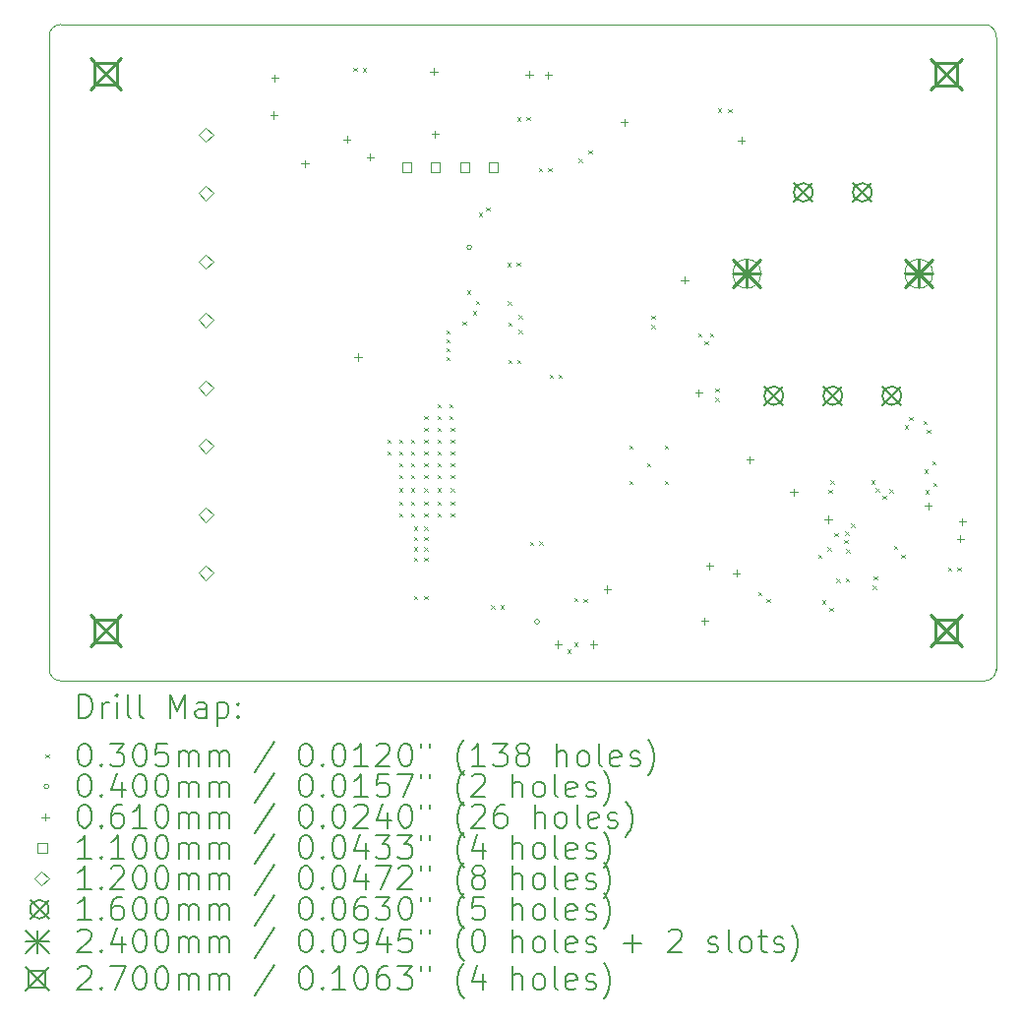
<source format=gbr>
%TF.GenerationSoftware,KiCad,Pcbnew,7.0.9*%
%TF.CreationDate,2024-10-07T21:29:41-04:00*%
%TF.ProjectId,T12 soldering station V12,54313220-736f-46c6-9465-72696e672073,rev?*%
%TF.SameCoordinates,Original*%
%TF.FileFunction,Drillmap*%
%TF.FilePolarity,Positive*%
%FSLAX45Y45*%
G04 Gerber Fmt 4.5, Leading zero omitted, Abs format (unit mm)*
G04 Created by KiCad (PCBNEW 7.0.9) date 2024-10-07 21:29:41*
%MOMM*%
%LPD*%
G01*
G04 APERTURE LIST*
%ADD10C,0.100000*%
%ADD11C,0.200000*%
%ADD12C,0.110000*%
%ADD13C,0.119989*%
%ADD14C,0.159999*%
%ADD15C,0.239999*%
%ADD16C,0.270000*%
G04 APERTURE END LIST*
D10*
X5204088Y-14309542D02*
G75*
G03*
X5303278Y-14408732I99192J2D01*
G01*
X5303278Y-8758528D02*
G75*
G03*
X5204088Y-8857720I2J-99192D01*
G01*
X5204088Y-8857720D02*
X5204088Y-14309542D01*
X13353359Y-8865318D02*
G75*
G03*
X13254460Y-8758530I-98899J7598D01*
G01*
X13255442Y-14408732D02*
X5303278Y-14408732D01*
X13255442Y-14408732D02*
G75*
G03*
X13354632Y-14309542I-2J99192D01*
G01*
X13254460Y-8758530D02*
X5303460Y-8758530D01*
X13353359Y-8865318D02*
X13354632Y-14309542D01*
D11*
D10*
X7820660Y-9128760D02*
X7851140Y-9159240D01*
X7851140Y-9128760D02*
X7820660Y-9159240D01*
X7901684Y-9134547D02*
X7932164Y-9165027D01*
X7932164Y-9134547D02*
X7901684Y-9165027D01*
X8112760Y-12329160D02*
X8143240Y-12359640D01*
X8143240Y-12329160D02*
X8112760Y-12359640D01*
X8112760Y-12430760D02*
X8143240Y-12461240D01*
X8143240Y-12430760D02*
X8112760Y-12461240D01*
X8214360Y-12329160D02*
X8244840Y-12359640D01*
X8244840Y-12329160D02*
X8214360Y-12359640D01*
X8214360Y-12430760D02*
X8244840Y-12461240D01*
X8244840Y-12430760D02*
X8214360Y-12461240D01*
X8214360Y-12532360D02*
X8244840Y-12562840D01*
X8244840Y-12532360D02*
X8214360Y-12562840D01*
X8214360Y-12633960D02*
X8244840Y-12664440D01*
X8244840Y-12633960D02*
X8214360Y-12664440D01*
X8214360Y-12748260D02*
X8244840Y-12778740D01*
X8244840Y-12748260D02*
X8214360Y-12778740D01*
X8214360Y-12862560D02*
X8244840Y-12893040D01*
X8244840Y-12862560D02*
X8214360Y-12893040D01*
X8214360Y-12964160D02*
X8244840Y-12994640D01*
X8244840Y-12964160D02*
X8214360Y-12994640D01*
X8315960Y-12329160D02*
X8346440Y-12359640D01*
X8346440Y-12329160D02*
X8315960Y-12359640D01*
X8315960Y-12430760D02*
X8346440Y-12461240D01*
X8346440Y-12430760D02*
X8315960Y-12461240D01*
X8315960Y-12532360D02*
X8346440Y-12562840D01*
X8346440Y-12532360D02*
X8315960Y-12562840D01*
X8315960Y-12633960D02*
X8346440Y-12664440D01*
X8346440Y-12633960D02*
X8315960Y-12664440D01*
X8315960Y-12748260D02*
X8346440Y-12778740D01*
X8346440Y-12748260D02*
X8315960Y-12778740D01*
X8315960Y-12862560D02*
X8346440Y-12893040D01*
X8346440Y-12862560D02*
X8315960Y-12893040D01*
X8315960Y-12964160D02*
X8346440Y-12994640D01*
X8346440Y-12964160D02*
X8315960Y-12994640D01*
X8341360Y-13078460D02*
X8371840Y-13108940D01*
X8371840Y-13078460D02*
X8341360Y-13108940D01*
X8341360Y-13167360D02*
X8371840Y-13197840D01*
X8371840Y-13167360D02*
X8341360Y-13197840D01*
X8341360Y-13256260D02*
X8371840Y-13286740D01*
X8371840Y-13256260D02*
X8341360Y-13286740D01*
X8341360Y-13345160D02*
X8371840Y-13375640D01*
X8371840Y-13345160D02*
X8341360Y-13375640D01*
X8341360Y-13675360D02*
X8371840Y-13705840D01*
X8371840Y-13675360D02*
X8341360Y-13705840D01*
X8430260Y-12125960D02*
X8460740Y-12156440D01*
X8460740Y-12125960D02*
X8430260Y-12156440D01*
X8430260Y-12227560D02*
X8460740Y-12258040D01*
X8460740Y-12227560D02*
X8430260Y-12258040D01*
X8430260Y-12329160D02*
X8460740Y-12359640D01*
X8460740Y-12329160D02*
X8430260Y-12359640D01*
X8430260Y-12430760D02*
X8460740Y-12461240D01*
X8460740Y-12430760D02*
X8430260Y-12461240D01*
X8430260Y-12532360D02*
X8460740Y-12562840D01*
X8460740Y-12532360D02*
X8430260Y-12562840D01*
X8430260Y-12633960D02*
X8460740Y-12664440D01*
X8460740Y-12633960D02*
X8430260Y-12664440D01*
X8430260Y-12748260D02*
X8460740Y-12778740D01*
X8460740Y-12748260D02*
X8430260Y-12778740D01*
X8430260Y-12862560D02*
X8460740Y-12893040D01*
X8460740Y-12862560D02*
X8430260Y-12893040D01*
X8430260Y-12964160D02*
X8460740Y-12994640D01*
X8460740Y-12964160D02*
X8430260Y-12994640D01*
X8430260Y-13078460D02*
X8460740Y-13108940D01*
X8460740Y-13078460D02*
X8430260Y-13108940D01*
X8430260Y-13167360D02*
X8460740Y-13197840D01*
X8460740Y-13167360D02*
X8430260Y-13197840D01*
X8430260Y-13256260D02*
X8460740Y-13286740D01*
X8460740Y-13256260D02*
X8430260Y-13286740D01*
X8430260Y-13345160D02*
X8460740Y-13375640D01*
X8460740Y-13345160D02*
X8430260Y-13375640D01*
X8430260Y-13675360D02*
X8460740Y-13705840D01*
X8460740Y-13675360D02*
X8430260Y-13705840D01*
X8544560Y-12024360D02*
X8575040Y-12054840D01*
X8575040Y-12024360D02*
X8544560Y-12054840D01*
X8544560Y-12125960D02*
X8575040Y-12156440D01*
X8575040Y-12125960D02*
X8544560Y-12156440D01*
X8544560Y-12227560D02*
X8575040Y-12258040D01*
X8575040Y-12227560D02*
X8544560Y-12258040D01*
X8544560Y-12329160D02*
X8575040Y-12359640D01*
X8575040Y-12329160D02*
X8544560Y-12359640D01*
X8544560Y-12430760D02*
X8575040Y-12461240D01*
X8575040Y-12430760D02*
X8544560Y-12461240D01*
X8544560Y-12532360D02*
X8575040Y-12562840D01*
X8575040Y-12532360D02*
X8544560Y-12562840D01*
X8544560Y-12633960D02*
X8575040Y-12664440D01*
X8575040Y-12633960D02*
X8544560Y-12664440D01*
X8544560Y-12748260D02*
X8575040Y-12778740D01*
X8575040Y-12748260D02*
X8544560Y-12778740D01*
X8544560Y-12862560D02*
X8575040Y-12893040D01*
X8575040Y-12862560D02*
X8544560Y-12893040D01*
X8544560Y-12964160D02*
X8575040Y-12994640D01*
X8575040Y-12964160D02*
X8544560Y-12994640D01*
X8620760Y-11389360D02*
X8651240Y-11419840D01*
X8651240Y-11389360D02*
X8620760Y-11419840D01*
X8620760Y-11465560D02*
X8651240Y-11496040D01*
X8651240Y-11465560D02*
X8620760Y-11496040D01*
X8620760Y-11541760D02*
X8651240Y-11572240D01*
X8651240Y-11541760D02*
X8620760Y-11572240D01*
X8620760Y-11617960D02*
X8651240Y-11648440D01*
X8651240Y-11617960D02*
X8620760Y-11648440D01*
X8646160Y-12024360D02*
X8676640Y-12054840D01*
X8676640Y-12024360D02*
X8646160Y-12054840D01*
X8646160Y-12125960D02*
X8676640Y-12156440D01*
X8676640Y-12125960D02*
X8646160Y-12156440D01*
X8658860Y-12227560D02*
X8689340Y-12258040D01*
X8689340Y-12227560D02*
X8658860Y-12258040D01*
X8658860Y-12329160D02*
X8689340Y-12359640D01*
X8689340Y-12329160D02*
X8658860Y-12359640D01*
X8658860Y-12430760D02*
X8689340Y-12461240D01*
X8689340Y-12430760D02*
X8658860Y-12461240D01*
X8658860Y-12532360D02*
X8689340Y-12562840D01*
X8689340Y-12532360D02*
X8658860Y-12562840D01*
X8658860Y-12633960D02*
X8689340Y-12664440D01*
X8689340Y-12633960D02*
X8658860Y-12664440D01*
X8658860Y-12748260D02*
X8689340Y-12778740D01*
X8689340Y-12748260D02*
X8658860Y-12778740D01*
X8658860Y-12862560D02*
X8689340Y-12893040D01*
X8689340Y-12862560D02*
X8658860Y-12893040D01*
X8658860Y-12964160D02*
X8689340Y-12994640D01*
X8689340Y-12964160D02*
X8658860Y-12994640D01*
X8760460Y-11313160D02*
X8790940Y-11343640D01*
X8790940Y-11313160D02*
X8760460Y-11343640D01*
X8798560Y-11046460D02*
X8829040Y-11076940D01*
X8829040Y-11046460D02*
X8798560Y-11076940D01*
X8849360Y-11224260D02*
X8879840Y-11254740D01*
X8879840Y-11224260D02*
X8849360Y-11254740D01*
X8874760Y-11135360D02*
X8905240Y-11165840D01*
X8905240Y-11135360D02*
X8874760Y-11165840D01*
X8900160Y-10378390D02*
X8930640Y-10408870D01*
X8930640Y-10378390D02*
X8900160Y-10408870D01*
X8965882Y-10330651D02*
X8996362Y-10361131D01*
X8996362Y-10330651D02*
X8965882Y-10361131D01*
X9006890Y-13754050D02*
X9037370Y-13784530D01*
X9037370Y-13754050D02*
X9006890Y-13784530D01*
X9088120Y-13754050D02*
X9118600Y-13784530D01*
X9118600Y-13754050D02*
X9088120Y-13784530D01*
X9146540Y-10810240D02*
X9177020Y-10840720D01*
X9177020Y-10810240D02*
X9146540Y-10840720D01*
X9151620Y-11137900D02*
X9182100Y-11168380D01*
X9182100Y-11137900D02*
X9151620Y-11168380D01*
X9154160Y-11643360D02*
X9184640Y-11673840D01*
X9184640Y-11643360D02*
X9154160Y-11673840D01*
X9155560Y-11323400D02*
X9186040Y-11353880D01*
X9186040Y-11323400D02*
X9155560Y-11353880D01*
X9227710Y-10807118D02*
X9258190Y-10837598D01*
X9258190Y-10807118D02*
X9227710Y-10837598D01*
X9230360Y-11643360D02*
X9260840Y-11673840D01*
X9260840Y-11643360D02*
X9230360Y-11673840D01*
X9230462Y-9555839D02*
X9260942Y-9586319D01*
X9260942Y-9555839D02*
X9230462Y-9586319D01*
X9243060Y-11259950D02*
X9273540Y-11290430D01*
X9273540Y-11259950D02*
X9243060Y-11290430D01*
X9243060Y-11386850D02*
X9273540Y-11417330D01*
X9273540Y-11386850D02*
X9243060Y-11417330D01*
X9311640Y-9552940D02*
X9342120Y-9583420D01*
X9342120Y-9552940D02*
X9311640Y-9583420D01*
X9339836Y-13211247D02*
X9370316Y-13241727D01*
X9370316Y-13211247D02*
X9339836Y-13241727D01*
X9415830Y-9992360D02*
X9446310Y-10022840D01*
X9446310Y-9992360D02*
X9415830Y-10022840D01*
X9420860Y-13205460D02*
X9451340Y-13235940D01*
X9451340Y-13205460D02*
X9420860Y-13235940D01*
X9497060Y-9992360D02*
X9527540Y-10022840D01*
X9527540Y-9992360D02*
X9497060Y-10022840D01*
X9509760Y-11770360D02*
X9540240Y-11800840D01*
X9540240Y-11770360D02*
X9509760Y-11800840D01*
X9585960Y-11770360D02*
X9616440Y-11800840D01*
X9616440Y-11770360D02*
X9585960Y-11800840D01*
X9662782Y-14139079D02*
X9693262Y-14169559D01*
X9693262Y-14139079D02*
X9662782Y-14169559D01*
X9720580Y-13693140D02*
X9751060Y-13723620D01*
X9751060Y-13693140D02*
X9720580Y-13723620D01*
X9720580Y-14079220D02*
X9751060Y-14109700D01*
X9751060Y-14079220D02*
X9720580Y-14109700D01*
X9761220Y-9913620D02*
X9791700Y-9944100D01*
X9791700Y-9913620D02*
X9761220Y-9944100D01*
X9801379Y-13701498D02*
X9831859Y-13731978D01*
X9831859Y-13701498D02*
X9801379Y-13731978D01*
X9845040Y-9839960D02*
X9875520Y-9870440D01*
X9875520Y-9839960D02*
X9845040Y-9870440D01*
X10195560Y-12379960D02*
X10226040Y-12410440D01*
X10226040Y-12379960D02*
X10195560Y-12410440D01*
X10195560Y-12684760D02*
X10226040Y-12715240D01*
X10226040Y-12684760D02*
X10195560Y-12715240D01*
X10347960Y-12532360D02*
X10378440Y-12562840D01*
X10378440Y-12532360D02*
X10347960Y-12562840D01*
X10386060Y-11262360D02*
X10416540Y-11292840D01*
X10416540Y-11262360D02*
X10386060Y-11292840D01*
X10386060Y-11343590D02*
X10416540Y-11374070D01*
X10416540Y-11343590D02*
X10386060Y-11374070D01*
X10500360Y-12379960D02*
X10530840Y-12410440D01*
X10530840Y-12379960D02*
X10500360Y-12410440D01*
X10500360Y-12684760D02*
X10530840Y-12715240D01*
X10530840Y-12684760D02*
X10500360Y-12715240D01*
X10789713Y-11414760D02*
X10820193Y-11445240D01*
X10820193Y-11414760D02*
X10789713Y-11445240D01*
X10845800Y-11483340D02*
X10876280Y-11513820D01*
X10876280Y-11483340D02*
X10845800Y-11513820D01*
X10889411Y-11414809D02*
X10919891Y-11445289D01*
X10919891Y-11414809D02*
X10889411Y-11445289D01*
X10937240Y-11889740D02*
X10967720Y-11920220D01*
X10967720Y-11889740D02*
X10937240Y-11920220D01*
X10937240Y-11970970D02*
X10967720Y-12001450D01*
X10967720Y-11970970D02*
X10937240Y-12001450D01*
X10957439Y-9481479D02*
X10987919Y-9511959D01*
X10987919Y-9481479D02*
X10957439Y-9511959D01*
X11046460Y-9484360D02*
X11076940Y-9514840D01*
X11076940Y-9484360D02*
X11046460Y-9514840D01*
X11305482Y-13643358D02*
X11335962Y-13673838D01*
X11335962Y-13643358D02*
X11305482Y-13673838D01*
X11376660Y-13702810D02*
X11407140Y-13733290D01*
X11407140Y-13702810D02*
X11376660Y-13733290D01*
X11822690Y-13321810D02*
X11853170Y-13352290D01*
X11853170Y-13321810D02*
X11822690Y-13352290D01*
X11854180Y-13716000D02*
X11884660Y-13746480D01*
X11884660Y-13716000D02*
X11854180Y-13746480D01*
X11900940Y-13254760D02*
X11931420Y-13285240D01*
X11931420Y-13254760D02*
X11900940Y-13285240D01*
X11910060Y-12760960D02*
X11940540Y-12791440D01*
X11940540Y-12760960D02*
X11910060Y-12791440D01*
X11920542Y-13776910D02*
X11951022Y-13807390D01*
X11951022Y-13776910D02*
X11920542Y-13807390D01*
X11925250Y-12680835D02*
X11955730Y-12711315D01*
X11955730Y-12680835D02*
X11925250Y-12711315D01*
X11961850Y-13134340D02*
X11992330Y-13164820D01*
X11992330Y-13134340D02*
X11961850Y-13164820D01*
X11978929Y-13529190D02*
X12009409Y-13559670D01*
X12009409Y-13529190D02*
X11978929Y-13559670D01*
X12043988Y-13194598D02*
X12074468Y-13225078D01*
X12074468Y-13194598D02*
X12043988Y-13225078D01*
X12054840Y-13121640D02*
X12085320Y-13152120D01*
X12085320Y-13121640D02*
X12054840Y-13152120D01*
X12059920Y-13522960D02*
X12090400Y-13553440D01*
X12090400Y-13522960D02*
X12059920Y-13553440D01*
X12060940Y-13274040D02*
X12091420Y-13304520D01*
X12091420Y-13274040D02*
X12060940Y-13304520D01*
X12106562Y-13055600D02*
X12137042Y-13086080D01*
X12137042Y-13055600D02*
X12106562Y-13086080D01*
X12280287Y-12679338D02*
X12310767Y-12709818D01*
X12310767Y-12679338D02*
X12280287Y-12709818D01*
X12293396Y-13588599D02*
X12323876Y-13619079D01*
X12323876Y-13588599D02*
X12293396Y-13619079D01*
X12300940Y-13507720D02*
X12331420Y-13538200D01*
X12331420Y-13507720D02*
X12300940Y-13538200D01*
X12319000Y-12750750D02*
X12349480Y-12781230D01*
X12349480Y-12750750D02*
X12319000Y-12781230D01*
X12374930Y-12813318D02*
X12405410Y-12843798D01*
X12405410Y-12813318D02*
X12374930Y-12843798D01*
X12435840Y-12755880D02*
X12466320Y-12786360D01*
X12466320Y-12755880D02*
X12435840Y-12786360D01*
X12473593Y-13243560D02*
X12504073Y-13274040D01*
X12504073Y-13243560D02*
X12473593Y-13274040D01*
X12539190Y-13321810D02*
X12569670Y-13352290D01*
X12569670Y-13321810D02*
X12539190Y-13352290D01*
X12566303Y-12205623D02*
X12596783Y-12236103D01*
X12596783Y-12205623D02*
X12566303Y-12236103D01*
X12606903Y-12135267D02*
X12637383Y-12165747D01*
X12637383Y-12135267D02*
X12606903Y-12165747D01*
X12727940Y-12169140D02*
X12758420Y-12199620D01*
X12758420Y-12169140D02*
X12727940Y-12199620D01*
X12735560Y-12588240D02*
X12766040Y-12618720D01*
X12766040Y-12588240D02*
X12735560Y-12618720D01*
X12743180Y-12763560D02*
X12773660Y-12794040D01*
X12773660Y-12763560D02*
X12743180Y-12794040D01*
X12757100Y-12244956D02*
X12787580Y-12275436D01*
X12787580Y-12244956D02*
X12757100Y-12275436D01*
X12804140Y-12517120D02*
X12834620Y-12547600D01*
X12834620Y-12517120D02*
X12804140Y-12547600D01*
X12810611Y-12701369D02*
X12841091Y-12731849D01*
X12841091Y-12701369D02*
X12810611Y-12731849D01*
X12938760Y-13428980D02*
X12969240Y-13459460D01*
X12969240Y-13428980D02*
X12938760Y-13459460D01*
X13019990Y-13428980D02*
X13050470Y-13459460D01*
X13050470Y-13428980D02*
X13019990Y-13459460D01*
X8838880Y-10675620D02*
G75*
G03*
X8838880Y-10675620I-20000J0D01*
G01*
X9423080Y-13898880D02*
G75*
G03*
X9423080Y-13898880I-20000J0D01*
G01*
X7137400Y-9507220D02*
X7137400Y-9568180D01*
X7106920Y-9537700D02*
X7167880Y-9537700D01*
X7145020Y-9189720D02*
X7145020Y-9250680D01*
X7114540Y-9220200D02*
X7175500Y-9220200D01*
X7404100Y-9926320D02*
X7404100Y-9987280D01*
X7373620Y-9956800D02*
X7434580Y-9956800D01*
X7767320Y-9715500D02*
X7767320Y-9776460D01*
X7736840Y-9745980D02*
X7797800Y-9745980D01*
X7861300Y-11590020D02*
X7861300Y-11650980D01*
X7830820Y-11620500D02*
X7891780Y-11620500D01*
X7965440Y-9870440D02*
X7965440Y-9931400D01*
X7934960Y-9900920D02*
X7995920Y-9900920D01*
X8514080Y-9131250D02*
X8514080Y-9192210D01*
X8483600Y-9161730D02*
X8544560Y-9161730D01*
X8522920Y-9671100D02*
X8522920Y-9732060D01*
X8492440Y-9701580D02*
X8553400Y-9701580D01*
X9334500Y-9159240D02*
X9334500Y-9220200D01*
X9304020Y-9189720D02*
X9364980Y-9189720D01*
X9497060Y-9164320D02*
X9497060Y-9225280D01*
X9466580Y-9194800D02*
X9527540Y-9194800D01*
X9582320Y-14063150D02*
X9582320Y-14124110D01*
X9551840Y-14093630D02*
X9612800Y-14093630D01*
X9887120Y-14063150D02*
X9887120Y-14124110D01*
X9856640Y-14093630D02*
X9917600Y-14093630D01*
X10007600Y-13589000D02*
X10007600Y-13649960D01*
X9977120Y-13619480D02*
X10038080Y-13619480D01*
X10152380Y-9568180D02*
X10152380Y-9629140D01*
X10121900Y-9598660D02*
X10182860Y-9598660D01*
X10673080Y-10927080D02*
X10673080Y-10988040D01*
X10642600Y-10957560D02*
X10703560Y-10957560D01*
X10792460Y-11897360D02*
X10792460Y-11958320D01*
X10761980Y-11927840D02*
X10822940Y-11927840D01*
X10845800Y-13863320D02*
X10845800Y-13924280D01*
X10815320Y-13893800D02*
X10876280Y-13893800D01*
X10886440Y-13388340D02*
X10886440Y-13449300D01*
X10855960Y-13418820D02*
X10916920Y-13418820D01*
X11117580Y-13451840D02*
X11117580Y-13512800D01*
X11087100Y-13482320D02*
X11148060Y-13482320D01*
X11160760Y-9725660D02*
X11160760Y-9786620D01*
X11130280Y-9756140D02*
X11191240Y-9756140D01*
X11233120Y-12472700D02*
X11233120Y-12533660D01*
X11202640Y-12503180D02*
X11263600Y-12503180D01*
X11611610Y-12752070D02*
X11611610Y-12813030D01*
X11581130Y-12782550D02*
X11642090Y-12782550D01*
X11908820Y-12988320D02*
X11908820Y-13049280D01*
X11878340Y-13018800D02*
X11939300Y-13018800D01*
X12770220Y-12872120D02*
X12770220Y-12933080D01*
X12739740Y-12902600D02*
X12800700Y-12902600D01*
X13047080Y-13154060D02*
X13047080Y-13215020D01*
X13016600Y-13184540D02*
X13077560Y-13184540D01*
X13062320Y-13006740D02*
X13062320Y-13067700D01*
X13031840Y-13037220D02*
X13092800Y-13037220D01*
D12*
X8316391Y-10026391D02*
X8316391Y-9948609D01*
X8238609Y-9948609D01*
X8238609Y-10026391D01*
X8316391Y-10026391D01*
X8566391Y-10026391D02*
X8566391Y-9948609D01*
X8488609Y-9948609D01*
X8488609Y-10026391D01*
X8566391Y-10026391D01*
X8816391Y-10026391D02*
X8816391Y-9948609D01*
X8738609Y-9948609D01*
X8738609Y-10026391D01*
X8816391Y-10026391D01*
X9066391Y-10026391D02*
X9066391Y-9948609D01*
X8988609Y-9948609D01*
X8988609Y-10026391D01*
X9066391Y-10026391D01*
D13*
X6553200Y-9770795D02*
X6613195Y-9710800D01*
X6553200Y-9650805D01*
X6493205Y-9710800D01*
X6553200Y-9770795D01*
X6553200Y-10270795D02*
X6613195Y-10210800D01*
X6553200Y-10150805D01*
X6493205Y-10210800D01*
X6553200Y-10270795D01*
X6553200Y-10862995D02*
X6613195Y-10803000D01*
X6553200Y-10743005D01*
X6493205Y-10803000D01*
X6553200Y-10862995D01*
X6553200Y-11362995D02*
X6613195Y-11303000D01*
X6553200Y-11243005D01*
X6493205Y-11303000D01*
X6553200Y-11362995D01*
X6553200Y-11947195D02*
X6613195Y-11887200D01*
X6553200Y-11827205D01*
X6493205Y-11887200D01*
X6553200Y-11947195D01*
X6553200Y-12447195D02*
X6613195Y-12387200D01*
X6553200Y-12327205D01*
X6493205Y-12387200D01*
X6553200Y-12447195D01*
X6553200Y-13039395D02*
X6613195Y-12979400D01*
X6553200Y-12919405D01*
X6493205Y-12979400D01*
X6553200Y-13039395D01*
X6553200Y-13539395D02*
X6613195Y-13479400D01*
X6553200Y-13419405D01*
X6493205Y-13479400D01*
X6553200Y-13539395D01*
D14*
X11360160Y-11873240D02*
X11520160Y-12033240D01*
X11520160Y-11873240D02*
X11360160Y-12033240D01*
X11520160Y-11953240D02*
G75*
G03*
X11520160Y-11953240I-80000J0D01*
G01*
X11614160Y-10123240D02*
X11774160Y-10283240D01*
X11774160Y-10123240D02*
X11614160Y-10283240D01*
X11774160Y-10203240D02*
G75*
G03*
X11774160Y-10203240I-80000J0D01*
G01*
X11868160Y-11873240D02*
X12028160Y-12033240D01*
X12028160Y-11873240D02*
X11868160Y-12033240D01*
X12028160Y-11953240D02*
G75*
G03*
X12028160Y-11953240I-80000J0D01*
G01*
X12122160Y-10123240D02*
X12282160Y-10283240D01*
X12282160Y-10123240D02*
X12122160Y-10283240D01*
X12282160Y-10203240D02*
G75*
G03*
X12282160Y-10203240I-80000J0D01*
G01*
X12376160Y-11873240D02*
X12536160Y-12033240D01*
X12536160Y-11873240D02*
X12376160Y-12033240D01*
X12536160Y-11953240D02*
G75*
G03*
X12536160Y-11953240I-80000J0D01*
G01*
D15*
X11088160Y-10783240D02*
X11328160Y-11023240D01*
X11328160Y-10783240D02*
X11088160Y-11023240D01*
X11208160Y-10783240D02*
X11208160Y-11023240D01*
X11088160Y-10903240D02*
X11328160Y-10903240D01*
D10*
X11328160Y-10908239D02*
X11328160Y-10898241D01*
X11328160Y-10898241D02*
G75*
G03*
X11088160Y-10898241I-120000J0D01*
G01*
X11088160Y-10898241D02*
X11088160Y-10908239D01*
X11088160Y-10908239D02*
G75*
G03*
X11328160Y-10908239I120000J0D01*
G01*
D15*
X12568160Y-10783240D02*
X12808160Y-11023240D01*
X12808160Y-10783240D02*
X12568160Y-11023240D01*
X12688160Y-10783240D02*
X12688160Y-11023240D01*
X12568160Y-10903240D02*
X12808160Y-10903240D01*
D10*
X12808160Y-10908239D02*
X12808160Y-10898241D01*
X12808160Y-10898241D02*
G75*
G03*
X12568160Y-10898241I-120000J0D01*
G01*
X12568160Y-10898241D02*
X12568160Y-10908239D01*
X12568160Y-10908239D02*
G75*
G03*
X12808160Y-10908239I120000J0D01*
G01*
D16*
X5554600Y-9047100D02*
X5824600Y-9317100D01*
X5824600Y-9047100D02*
X5554600Y-9317100D01*
X5785060Y-9277560D02*
X5785060Y-9086640D01*
X5594140Y-9086640D01*
X5594140Y-9277560D01*
X5785060Y-9277560D01*
X5554600Y-13842620D02*
X5824600Y-14112620D01*
X5824600Y-13842620D02*
X5554600Y-14112620D01*
X5785060Y-14073080D02*
X5785060Y-13882160D01*
X5594140Y-13882160D01*
X5594140Y-14073080D01*
X5785060Y-14073080D01*
X12788520Y-9052180D02*
X13058520Y-9322180D01*
X13058520Y-9052180D02*
X12788520Y-9322180D01*
X13018980Y-9282640D02*
X13018980Y-9091720D01*
X12828060Y-9091720D01*
X12828060Y-9282640D01*
X13018980Y-9282640D01*
X12788520Y-13842620D02*
X13058520Y-14112620D01*
X13058520Y-13842620D02*
X12788520Y-14112620D01*
X13018980Y-14073080D02*
X13018980Y-13882160D01*
X12828060Y-13882160D01*
X12828060Y-14073080D01*
X13018980Y-14073080D01*
D11*
X5459865Y-14725216D02*
X5459865Y-14525216D01*
X5459865Y-14525216D02*
X5507484Y-14525216D01*
X5507484Y-14525216D02*
X5536055Y-14534740D01*
X5536055Y-14534740D02*
X5555103Y-14553787D01*
X5555103Y-14553787D02*
X5564627Y-14572835D01*
X5564627Y-14572835D02*
X5574150Y-14610930D01*
X5574150Y-14610930D02*
X5574150Y-14639502D01*
X5574150Y-14639502D02*
X5564627Y-14677597D01*
X5564627Y-14677597D02*
X5555103Y-14696644D01*
X5555103Y-14696644D02*
X5536055Y-14715692D01*
X5536055Y-14715692D02*
X5507484Y-14725216D01*
X5507484Y-14725216D02*
X5459865Y-14725216D01*
X5659865Y-14725216D02*
X5659865Y-14591883D01*
X5659865Y-14629978D02*
X5669388Y-14610930D01*
X5669388Y-14610930D02*
X5678912Y-14601406D01*
X5678912Y-14601406D02*
X5697960Y-14591883D01*
X5697960Y-14591883D02*
X5717008Y-14591883D01*
X5783674Y-14725216D02*
X5783674Y-14591883D01*
X5783674Y-14525216D02*
X5774150Y-14534740D01*
X5774150Y-14534740D02*
X5783674Y-14544264D01*
X5783674Y-14544264D02*
X5793198Y-14534740D01*
X5793198Y-14534740D02*
X5783674Y-14525216D01*
X5783674Y-14525216D02*
X5783674Y-14544264D01*
X5907484Y-14725216D02*
X5888436Y-14715692D01*
X5888436Y-14715692D02*
X5878912Y-14696644D01*
X5878912Y-14696644D02*
X5878912Y-14525216D01*
X6012246Y-14725216D02*
X5993198Y-14715692D01*
X5993198Y-14715692D02*
X5983674Y-14696644D01*
X5983674Y-14696644D02*
X5983674Y-14525216D01*
X6240817Y-14725216D02*
X6240817Y-14525216D01*
X6240817Y-14525216D02*
X6307484Y-14668073D01*
X6307484Y-14668073D02*
X6374150Y-14525216D01*
X6374150Y-14525216D02*
X6374150Y-14725216D01*
X6555103Y-14725216D02*
X6555103Y-14620454D01*
X6555103Y-14620454D02*
X6545579Y-14601406D01*
X6545579Y-14601406D02*
X6526531Y-14591883D01*
X6526531Y-14591883D02*
X6488436Y-14591883D01*
X6488436Y-14591883D02*
X6469388Y-14601406D01*
X6555103Y-14715692D02*
X6536055Y-14725216D01*
X6536055Y-14725216D02*
X6488436Y-14725216D01*
X6488436Y-14725216D02*
X6469388Y-14715692D01*
X6469388Y-14715692D02*
X6459865Y-14696644D01*
X6459865Y-14696644D02*
X6459865Y-14677597D01*
X6459865Y-14677597D02*
X6469388Y-14658549D01*
X6469388Y-14658549D02*
X6488436Y-14649025D01*
X6488436Y-14649025D02*
X6536055Y-14649025D01*
X6536055Y-14649025D02*
X6555103Y-14639502D01*
X6650341Y-14591883D02*
X6650341Y-14791883D01*
X6650341Y-14601406D02*
X6669388Y-14591883D01*
X6669388Y-14591883D02*
X6707484Y-14591883D01*
X6707484Y-14591883D02*
X6726531Y-14601406D01*
X6726531Y-14601406D02*
X6736055Y-14610930D01*
X6736055Y-14610930D02*
X6745579Y-14629978D01*
X6745579Y-14629978D02*
X6745579Y-14687121D01*
X6745579Y-14687121D02*
X6736055Y-14706168D01*
X6736055Y-14706168D02*
X6726531Y-14715692D01*
X6726531Y-14715692D02*
X6707484Y-14725216D01*
X6707484Y-14725216D02*
X6669388Y-14725216D01*
X6669388Y-14725216D02*
X6650341Y-14715692D01*
X6831293Y-14706168D02*
X6840817Y-14715692D01*
X6840817Y-14715692D02*
X6831293Y-14725216D01*
X6831293Y-14725216D02*
X6821769Y-14715692D01*
X6821769Y-14715692D02*
X6831293Y-14706168D01*
X6831293Y-14706168D02*
X6831293Y-14725216D01*
X6831293Y-14601406D02*
X6840817Y-14610930D01*
X6840817Y-14610930D02*
X6831293Y-14620454D01*
X6831293Y-14620454D02*
X6821769Y-14610930D01*
X6821769Y-14610930D02*
X6831293Y-14601406D01*
X6831293Y-14601406D02*
X6831293Y-14620454D01*
D10*
X5168608Y-15038492D02*
X5199088Y-15068972D01*
X5199088Y-15038492D02*
X5168608Y-15068972D01*
D11*
X5497960Y-14945216D02*
X5517008Y-14945216D01*
X5517008Y-14945216D02*
X5536055Y-14954740D01*
X5536055Y-14954740D02*
X5545579Y-14964264D01*
X5545579Y-14964264D02*
X5555103Y-14983311D01*
X5555103Y-14983311D02*
X5564627Y-15021406D01*
X5564627Y-15021406D02*
X5564627Y-15069025D01*
X5564627Y-15069025D02*
X5555103Y-15107121D01*
X5555103Y-15107121D02*
X5545579Y-15126168D01*
X5545579Y-15126168D02*
X5536055Y-15135692D01*
X5536055Y-15135692D02*
X5517008Y-15145216D01*
X5517008Y-15145216D02*
X5497960Y-15145216D01*
X5497960Y-15145216D02*
X5478912Y-15135692D01*
X5478912Y-15135692D02*
X5469389Y-15126168D01*
X5469389Y-15126168D02*
X5459865Y-15107121D01*
X5459865Y-15107121D02*
X5450341Y-15069025D01*
X5450341Y-15069025D02*
X5450341Y-15021406D01*
X5450341Y-15021406D02*
X5459865Y-14983311D01*
X5459865Y-14983311D02*
X5469389Y-14964264D01*
X5469389Y-14964264D02*
X5478912Y-14954740D01*
X5478912Y-14954740D02*
X5497960Y-14945216D01*
X5650341Y-15126168D02*
X5659865Y-15135692D01*
X5659865Y-15135692D02*
X5650341Y-15145216D01*
X5650341Y-15145216D02*
X5640817Y-15135692D01*
X5640817Y-15135692D02*
X5650341Y-15126168D01*
X5650341Y-15126168D02*
X5650341Y-15145216D01*
X5726531Y-14945216D02*
X5850341Y-14945216D01*
X5850341Y-14945216D02*
X5783674Y-15021406D01*
X5783674Y-15021406D02*
X5812246Y-15021406D01*
X5812246Y-15021406D02*
X5831293Y-15030930D01*
X5831293Y-15030930D02*
X5840817Y-15040454D01*
X5840817Y-15040454D02*
X5850341Y-15059502D01*
X5850341Y-15059502D02*
X5850341Y-15107121D01*
X5850341Y-15107121D02*
X5840817Y-15126168D01*
X5840817Y-15126168D02*
X5831293Y-15135692D01*
X5831293Y-15135692D02*
X5812246Y-15145216D01*
X5812246Y-15145216D02*
X5755103Y-15145216D01*
X5755103Y-15145216D02*
X5736055Y-15135692D01*
X5736055Y-15135692D02*
X5726531Y-15126168D01*
X5974150Y-14945216D02*
X5993198Y-14945216D01*
X5993198Y-14945216D02*
X6012246Y-14954740D01*
X6012246Y-14954740D02*
X6021769Y-14964264D01*
X6021769Y-14964264D02*
X6031293Y-14983311D01*
X6031293Y-14983311D02*
X6040817Y-15021406D01*
X6040817Y-15021406D02*
X6040817Y-15069025D01*
X6040817Y-15069025D02*
X6031293Y-15107121D01*
X6031293Y-15107121D02*
X6021769Y-15126168D01*
X6021769Y-15126168D02*
X6012246Y-15135692D01*
X6012246Y-15135692D02*
X5993198Y-15145216D01*
X5993198Y-15145216D02*
X5974150Y-15145216D01*
X5974150Y-15145216D02*
X5955103Y-15135692D01*
X5955103Y-15135692D02*
X5945579Y-15126168D01*
X5945579Y-15126168D02*
X5936055Y-15107121D01*
X5936055Y-15107121D02*
X5926531Y-15069025D01*
X5926531Y-15069025D02*
X5926531Y-15021406D01*
X5926531Y-15021406D02*
X5936055Y-14983311D01*
X5936055Y-14983311D02*
X5945579Y-14964264D01*
X5945579Y-14964264D02*
X5955103Y-14954740D01*
X5955103Y-14954740D02*
X5974150Y-14945216D01*
X6221769Y-14945216D02*
X6126531Y-14945216D01*
X6126531Y-14945216D02*
X6117008Y-15040454D01*
X6117008Y-15040454D02*
X6126531Y-15030930D01*
X6126531Y-15030930D02*
X6145579Y-15021406D01*
X6145579Y-15021406D02*
X6193198Y-15021406D01*
X6193198Y-15021406D02*
X6212246Y-15030930D01*
X6212246Y-15030930D02*
X6221769Y-15040454D01*
X6221769Y-15040454D02*
X6231293Y-15059502D01*
X6231293Y-15059502D02*
X6231293Y-15107121D01*
X6231293Y-15107121D02*
X6221769Y-15126168D01*
X6221769Y-15126168D02*
X6212246Y-15135692D01*
X6212246Y-15135692D02*
X6193198Y-15145216D01*
X6193198Y-15145216D02*
X6145579Y-15145216D01*
X6145579Y-15145216D02*
X6126531Y-15135692D01*
X6126531Y-15135692D02*
X6117008Y-15126168D01*
X6317008Y-15145216D02*
X6317008Y-15011883D01*
X6317008Y-15030930D02*
X6326531Y-15021406D01*
X6326531Y-15021406D02*
X6345579Y-15011883D01*
X6345579Y-15011883D02*
X6374150Y-15011883D01*
X6374150Y-15011883D02*
X6393198Y-15021406D01*
X6393198Y-15021406D02*
X6402722Y-15040454D01*
X6402722Y-15040454D02*
X6402722Y-15145216D01*
X6402722Y-15040454D02*
X6412246Y-15021406D01*
X6412246Y-15021406D02*
X6431293Y-15011883D01*
X6431293Y-15011883D02*
X6459865Y-15011883D01*
X6459865Y-15011883D02*
X6478912Y-15021406D01*
X6478912Y-15021406D02*
X6488436Y-15040454D01*
X6488436Y-15040454D02*
X6488436Y-15145216D01*
X6583674Y-15145216D02*
X6583674Y-15011883D01*
X6583674Y-15030930D02*
X6593198Y-15021406D01*
X6593198Y-15021406D02*
X6612246Y-15011883D01*
X6612246Y-15011883D02*
X6640817Y-15011883D01*
X6640817Y-15011883D02*
X6659865Y-15021406D01*
X6659865Y-15021406D02*
X6669389Y-15040454D01*
X6669389Y-15040454D02*
X6669389Y-15145216D01*
X6669389Y-15040454D02*
X6678912Y-15021406D01*
X6678912Y-15021406D02*
X6697960Y-15011883D01*
X6697960Y-15011883D02*
X6726531Y-15011883D01*
X6726531Y-15011883D02*
X6745579Y-15021406D01*
X6745579Y-15021406D02*
X6755103Y-15040454D01*
X6755103Y-15040454D02*
X6755103Y-15145216D01*
X7145579Y-14935692D02*
X6974151Y-15192835D01*
X7402722Y-14945216D02*
X7421770Y-14945216D01*
X7421770Y-14945216D02*
X7440817Y-14954740D01*
X7440817Y-14954740D02*
X7450341Y-14964264D01*
X7450341Y-14964264D02*
X7459865Y-14983311D01*
X7459865Y-14983311D02*
X7469389Y-15021406D01*
X7469389Y-15021406D02*
X7469389Y-15069025D01*
X7469389Y-15069025D02*
X7459865Y-15107121D01*
X7459865Y-15107121D02*
X7450341Y-15126168D01*
X7450341Y-15126168D02*
X7440817Y-15135692D01*
X7440817Y-15135692D02*
X7421770Y-15145216D01*
X7421770Y-15145216D02*
X7402722Y-15145216D01*
X7402722Y-15145216D02*
X7383674Y-15135692D01*
X7383674Y-15135692D02*
X7374151Y-15126168D01*
X7374151Y-15126168D02*
X7364627Y-15107121D01*
X7364627Y-15107121D02*
X7355103Y-15069025D01*
X7355103Y-15069025D02*
X7355103Y-15021406D01*
X7355103Y-15021406D02*
X7364627Y-14983311D01*
X7364627Y-14983311D02*
X7374151Y-14964264D01*
X7374151Y-14964264D02*
X7383674Y-14954740D01*
X7383674Y-14954740D02*
X7402722Y-14945216D01*
X7555103Y-15126168D02*
X7564627Y-15135692D01*
X7564627Y-15135692D02*
X7555103Y-15145216D01*
X7555103Y-15145216D02*
X7545579Y-15135692D01*
X7545579Y-15135692D02*
X7555103Y-15126168D01*
X7555103Y-15126168D02*
X7555103Y-15145216D01*
X7688436Y-14945216D02*
X7707484Y-14945216D01*
X7707484Y-14945216D02*
X7726532Y-14954740D01*
X7726532Y-14954740D02*
X7736055Y-14964264D01*
X7736055Y-14964264D02*
X7745579Y-14983311D01*
X7745579Y-14983311D02*
X7755103Y-15021406D01*
X7755103Y-15021406D02*
X7755103Y-15069025D01*
X7755103Y-15069025D02*
X7745579Y-15107121D01*
X7745579Y-15107121D02*
X7736055Y-15126168D01*
X7736055Y-15126168D02*
X7726532Y-15135692D01*
X7726532Y-15135692D02*
X7707484Y-15145216D01*
X7707484Y-15145216D02*
X7688436Y-15145216D01*
X7688436Y-15145216D02*
X7669389Y-15135692D01*
X7669389Y-15135692D02*
X7659865Y-15126168D01*
X7659865Y-15126168D02*
X7650341Y-15107121D01*
X7650341Y-15107121D02*
X7640817Y-15069025D01*
X7640817Y-15069025D02*
X7640817Y-15021406D01*
X7640817Y-15021406D02*
X7650341Y-14983311D01*
X7650341Y-14983311D02*
X7659865Y-14964264D01*
X7659865Y-14964264D02*
X7669389Y-14954740D01*
X7669389Y-14954740D02*
X7688436Y-14945216D01*
X7945579Y-15145216D02*
X7831293Y-15145216D01*
X7888436Y-15145216D02*
X7888436Y-14945216D01*
X7888436Y-14945216D02*
X7869389Y-14973787D01*
X7869389Y-14973787D02*
X7850341Y-14992835D01*
X7850341Y-14992835D02*
X7831293Y-15002359D01*
X8021770Y-14964264D02*
X8031293Y-14954740D01*
X8031293Y-14954740D02*
X8050341Y-14945216D01*
X8050341Y-14945216D02*
X8097960Y-14945216D01*
X8097960Y-14945216D02*
X8117008Y-14954740D01*
X8117008Y-14954740D02*
X8126532Y-14964264D01*
X8126532Y-14964264D02*
X8136055Y-14983311D01*
X8136055Y-14983311D02*
X8136055Y-15002359D01*
X8136055Y-15002359D02*
X8126532Y-15030930D01*
X8126532Y-15030930D02*
X8012246Y-15145216D01*
X8012246Y-15145216D02*
X8136055Y-15145216D01*
X8259865Y-14945216D02*
X8278913Y-14945216D01*
X8278913Y-14945216D02*
X8297960Y-14954740D01*
X8297960Y-14954740D02*
X8307484Y-14964264D01*
X8307484Y-14964264D02*
X8317008Y-14983311D01*
X8317008Y-14983311D02*
X8326532Y-15021406D01*
X8326532Y-15021406D02*
X8326532Y-15069025D01*
X8326532Y-15069025D02*
X8317008Y-15107121D01*
X8317008Y-15107121D02*
X8307484Y-15126168D01*
X8307484Y-15126168D02*
X8297960Y-15135692D01*
X8297960Y-15135692D02*
X8278913Y-15145216D01*
X8278913Y-15145216D02*
X8259865Y-15145216D01*
X8259865Y-15145216D02*
X8240817Y-15135692D01*
X8240817Y-15135692D02*
X8231293Y-15126168D01*
X8231293Y-15126168D02*
X8221770Y-15107121D01*
X8221770Y-15107121D02*
X8212246Y-15069025D01*
X8212246Y-15069025D02*
X8212246Y-15021406D01*
X8212246Y-15021406D02*
X8221770Y-14983311D01*
X8221770Y-14983311D02*
X8231293Y-14964264D01*
X8231293Y-14964264D02*
X8240817Y-14954740D01*
X8240817Y-14954740D02*
X8259865Y-14945216D01*
X8402722Y-14945216D02*
X8402722Y-14983311D01*
X8478913Y-14945216D02*
X8478913Y-14983311D01*
X8774151Y-15221406D02*
X8764627Y-15211883D01*
X8764627Y-15211883D02*
X8745579Y-15183311D01*
X8745579Y-15183311D02*
X8736056Y-15164264D01*
X8736056Y-15164264D02*
X8726532Y-15135692D01*
X8726532Y-15135692D02*
X8717008Y-15088073D01*
X8717008Y-15088073D02*
X8717008Y-15049978D01*
X8717008Y-15049978D02*
X8726532Y-15002359D01*
X8726532Y-15002359D02*
X8736056Y-14973787D01*
X8736056Y-14973787D02*
X8745579Y-14954740D01*
X8745579Y-14954740D02*
X8764627Y-14926168D01*
X8764627Y-14926168D02*
X8774151Y-14916644D01*
X8955103Y-15145216D02*
X8840817Y-15145216D01*
X8897960Y-15145216D02*
X8897960Y-14945216D01*
X8897960Y-14945216D02*
X8878913Y-14973787D01*
X8878913Y-14973787D02*
X8859865Y-14992835D01*
X8859865Y-14992835D02*
X8840817Y-15002359D01*
X9021770Y-14945216D02*
X9145579Y-14945216D01*
X9145579Y-14945216D02*
X9078913Y-15021406D01*
X9078913Y-15021406D02*
X9107484Y-15021406D01*
X9107484Y-15021406D02*
X9126532Y-15030930D01*
X9126532Y-15030930D02*
X9136056Y-15040454D01*
X9136056Y-15040454D02*
X9145579Y-15059502D01*
X9145579Y-15059502D02*
X9145579Y-15107121D01*
X9145579Y-15107121D02*
X9136056Y-15126168D01*
X9136056Y-15126168D02*
X9126532Y-15135692D01*
X9126532Y-15135692D02*
X9107484Y-15145216D01*
X9107484Y-15145216D02*
X9050341Y-15145216D01*
X9050341Y-15145216D02*
X9031294Y-15135692D01*
X9031294Y-15135692D02*
X9021770Y-15126168D01*
X9259865Y-15030930D02*
X9240817Y-15021406D01*
X9240817Y-15021406D02*
X9231294Y-15011883D01*
X9231294Y-15011883D02*
X9221770Y-14992835D01*
X9221770Y-14992835D02*
X9221770Y-14983311D01*
X9221770Y-14983311D02*
X9231294Y-14964264D01*
X9231294Y-14964264D02*
X9240817Y-14954740D01*
X9240817Y-14954740D02*
X9259865Y-14945216D01*
X9259865Y-14945216D02*
X9297960Y-14945216D01*
X9297960Y-14945216D02*
X9317008Y-14954740D01*
X9317008Y-14954740D02*
X9326532Y-14964264D01*
X9326532Y-14964264D02*
X9336056Y-14983311D01*
X9336056Y-14983311D02*
X9336056Y-14992835D01*
X9336056Y-14992835D02*
X9326532Y-15011883D01*
X9326532Y-15011883D02*
X9317008Y-15021406D01*
X9317008Y-15021406D02*
X9297960Y-15030930D01*
X9297960Y-15030930D02*
X9259865Y-15030930D01*
X9259865Y-15030930D02*
X9240817Y-15040454D01*
X9240817Y-15040454D02*
X9231294Y-15049978D01*
X9231294Y-15049978D02*
X9221770Y-15069025D01*
X9221770Y-15069025D02*
X9221770Y-15107121D01*
X9221770Y-15107121D02*
X9231294Y-15126168D01*
X9231294Y-15126168D02*
X9240817Y-15135692D01*
X9240817Y-15135692D02*
X9259865Y-15145216D01*
X9259865Y-15145216D02*
X9297960Y-15145216D01*
X9297960Y-15145216D02*
X9317008Y-15135692D01*
X9317008Y-15135692D02*
X9326532Y-15126168D01*
X9326532Y-15126168D02*
X9336056Y-15107121D01*
X9336056Y-15107121D02*
X9336056Y-15069025D01*
X9336056Y-15069025D02*
X9326532Y-15049978D01*
X9326532Y-15049978D02*
X9317008Y-15040454D01*
X9317008Y-15040454D02*
X9297960Y-15030930D01*
X9574151Y-15145216D02*
X9574151Y-14945216D01*
X9659865Y-15145216D02*
X9659865Y-15040454D01*
X9659865Y-15040454D02*
X9650341Y-15021406D01*
X9650341Y-15021406D02*
X9631294Y-15011883D01*
X9631294Y-15011883D02*
X9602722Y-15011883D01*
X9602722Y-15011883D02*
X9583675Y-15021406D01*
X9583675Y-15021406D02*
X9574151Y-15030930D01*
X9783675Y-15145216D02*
X9764627Y-15135692D01*
X9764627Y-15135692D02*
X9755103Y-15126168D01*
X9755103Y-15126168D02*
X9745579Y-15107121D01*
X9745579Y-15107121D02*
X9745579Y-15049978D01*
X9745579Y-15049978D02*
X9755103Y-15030930D01*
X9755103Y-15030930D02*
X9764627Y-15021406D01*
X9764627Y-15021406D02*
X9783675Y-15011883D01*
X9783675Y-15011883D02*
X9812246Y-15011883D01*
X9812246Y-15011883D02*
X9831294Y-15021406D01*
X9831294Y-15021406D02*
X9840818Y-15030930D01*
X9840818Y-15030930D02*
X9850341Y-15049978D01*
X9850341Y-15049978D02*
X9850341Y-15107121D01*
X9850341Y-15107121D02*
X9840818Y-15126168D01*
X9840818Y-15126168D02*
X9831294Y-15135692D01*
X9831294Y-15135692D02*
X9812246Y-15145216D01*
X9812246Y-15145216D02*
X9783675Y-15145216D01*
X9964627Y-15145216D02*
X9945579Y-15135692D01*
X9945579Y-15135692D02*
X9936056Y-15116644D01*
X9936056Y-15116644D02*
X9936056Y-14945216D01*
X10117008Y-15135692D02*
X10097960Y-15145216D01*
X10097960Y-15145216D02*
X10059865Y-15145216D01*
X10059865Y-15145216D02*
X10040818Y-15135692D01*
X10040818Y-15135692D02*
X10031294Y-15116644D01*
X10031294Y-15116644D02*
X10031294Y-15040454D01*
X10031294Y-15040454D02*
X10040818Y-15021406D01*
X10040818Y-15021406D02*
X10059865Y-15011883D01*
X10059865Y-15011883D02*
X10097960Y-15011883D01*
X10097960Y-15011883D02*
X10117008Y-15021406D01*
X10117008Y-15021406D02*
X10126532Y-15040454D01*
X10126532Y-15040454D02*
X10126532Y-15059502D01*
X10126532Y-15059502D02*
X10031294Y-15078549D01*
X10202722Y-15135692D02*
X10221770Y-15145216D01*
X10221770Y-15145216D02*
X10259865Y-15145216D01*
X10259865Y-15145216D02*
X10278913Y-15135692D01*
X10278913Y-15135692D02*
X10288437Y-15116644D01*
X10288437Y-15116644D02*
X10288437Y-15107121D01*
X10288437Y-15107121D02*
X10278913Y-15088073D01*
X10278913Y-15088073D02*
X10259865Y-15078549D01*
X10259865Y-15078549D02*
X10231294Y-15078549D01*
X10231294Y-15078549D02*
X10212246Y-15069025D01*
X10212246Y-15069025D02*
X10202722Y-15049978D01*
X10202722Y-15049978D02*
X10202722Y-15040454D01*
X10202722Y-15040454D02*
X10212246Y-15021406D01*
X10212246Y-15021406D02*
X10231294Y-15011883D01*
X10231294Y-15011883D02*
X10259865Y-15011883D01*
X10259865Y-15011883D02*
X10278913Y-15021406D01*
X10355103Y-15221406D02*
X10364627Y-15211883D01*
X10364627Y-15211883D02*
X10383675Y-15183311D01*
X10383675Y-15183311D02*
X10393199Y-15164264D01*
X10393199Y-15164264D02*
X10402722Y-15135692D01*
X10402722Y-15135692D02*
X10412246Y-15088073D01*
X10412246Y-15088073D02*
X10412246Y-15049978D01*
X10412246Y-15049978D02*
X10402722Y-15002359D01*
X10402722Y-15002359D02*
X10393199Y-14973787D01*
X10393199Y-14973787D02*
X10383675Y-14954740D01*
X10383675Y-14954740D02*
X10364627Y-14926168D01*
X10364627Y-14926168D02*
X10355103Y-14916644D01*
D10*
X5199088Y-15317732D02*
G75*
G03*
X5199088Y-15317732I-20000J0D01*
G01*
D11*
X5497960Y-15209216D02*
X5517008Y-15209216D01*
X5517008Y-15209216D02*
X5536055Y-15218740D01*
X5536055Y-15218740D02*
X5545579Y-15228264D01*
X5545579Y-15228264D02*
X5555103Y-15247311D01*
X5555103Y-15247311D02*
X5564627Y-15285406D01*
X5564627Y-15285406D02*
X5564627Y-15333025D01*
X5564627Y-15333025D02*
X5555103Y-15371121D01*
X5555103Y-15371121D02*
X5545579Y-15390168D01*
X5545579Y-15390168D02*
X5536055Y-15399692D01*
X5536055Y-15399692D02*
X5517008Y-15409216D01*
X5517008Y-15409216D02*
X5497960Y-15409216D01*
X5497960Y-15409216D02*
X5478912Y-15399692D01*
X5478912Y-15399692D02*
X5469389Y-15390168D01*
X5469389Y-15390168D02*
X5459865Y-15371121D01*
X5459865Y-15371121D02*
X5450341Y-15333025D01*
X5450341Y-15333025D02*
X5450341Y-15285406D01*
X5450341Y-15285406D02*
X5459865Y-15247311D01*
X5459865Y-15247311D02*
X5469389Y-15228264D01*
X5469389Y-15228264D02*
X5478912Y-15218740D01*
X5478912Y-15218740D02*
X5497960Y-15209216D01*
X5650341Y-15390168D02*
X5659865Y-15399692D01*
X5659865Y-15399692D02*
X5650341Y-15409216D01*
X5650341Y-15409216D02*
X5640817Y-15399692D01*
X5640817Y-15399692D02*
X5650341Y-15390168D01*
X5650341Y-15390168D02*
X5650341Y-15409216D01*
X5831293Y-15275883D02*
X5831293Y-15409216D01*
X5783674Y-15199692D02*
X5736055Y-15342549D01*
X5736055Y-15342549D02*
X5859865Y-15342549D01*
X5974150Y-15209216D02*
X5993198Y-15209216D01*
X5993198Y-15209216D02*
X6012246Y-15218740D01*
X6012246Y-15218740D02*
X6021769Y-15228264D01*
X6021769Y-15228264D02*
X6031293Y-15247311D01*
X6031293Y-15247311D02*
X6040817Y-15285406D01*
X6040817Y-15285406D02*
X6040817Y-15333025D01*
X6040817Y-15333025D02*
X6031293Y-15371121D01*
X6031293Y-15371121D02*
X6021769Y-15390168D01*
X6021769Y-15390168D02*
X6012246Y-15399692D01*
X6012246Y-15399692D02*
X5993198Y-15409216D01*
X5993198Y-15409216D02*
X5974150Y-15409216D01*
X5974150Y-15409216D02*
X5955103Y-15399692D01*
X5955103Y-15399692D02*
X5945579Y-15390168D01*
X5945579Y-15390168D02*
X5936055Y-15371121D01*
X5936055Y-15371121D02*
X5926531Y-15333025D01*
X5926531Y-15333025D02*
X5926531Y-15285406D01*
X5926531Y-15285406D02*
X5936055Y-15247311D01*
X5936055Y-15247311D02*
X5945579Y-15228264D01*
X5945579Y-15228264D02*
X5955103Y-15218740D01*
X5955103Y-15218740D02*
X5974150Y-15209216D01*
X6164627Y-15209216D02*
X6183674Y-15209216D01*
X6183674Y-15209216D02*
X6202722Y-15218740D01*
X6202722Y-15218740D02*
X6212246Y-15228264D01*
X6212246Y-15228264D02*
X6221769Y-15247311D01*
X6221769Y-15247311D02*
X6231293Y-15285406D01*
X6231293Y-15285406D02*
X6231293Y-15333025D01*
X6231293Y-15333025D02*
X6221769Y-15371121D01*
X6221769Y-15371121D02*
X6212246Y-15390168D01*
X6212246Y-15390168D02*
X6202722Y-15399692D01*
X6202722Y-15399692D02*
X6183674Y-15409216D01*
X6183674Y-15409216D02*
X6164627Y-15409216D01*
X6164627Y-15409216D02*
X6145579Y-15399692D01*
X6145579Y-15399692D02*
X6136055Y-15390168D01*
X6136055Y-15390168D02*
X6126531Y-15371121D01*
X6126531Y-15371121D02*
X6117008Y-15333025D01*
X6117008Y-15333025D02*
X6117008Y-15285406D01*
X6117008Y-15285406D02*
X6126531Y-15247311D01*
X6126531Y-15247311D02*
X6136055Y-15228264D01*
X6136055Y-15228264D02*
X6145579Y-15218740D01*
X6145579Y-15218740D02*
X6164627Y-15209216D01*
X6317008Y-15409216D02*
X6317008Y-15275883D01*
X6317008Y-15294930D02*
X6326531Y-15285406D01*
X6326531Y-15285406D02*
X6345579Y-15275883D01*
X6345579Y-15275883D02*
X6374150Y-15275883D01*
X6374150Y-15275883D02*
X6393198Y-15285406D01*
X6393198Y-15285406D02*
X6402722Y-15304454D01*
X6402722Y-15304454D02*
X6402722Y-15409216D01*
X6402722Y-15304454D02*
X6412246Y-15285406D01*
X6412246Y-15285406D02*
X6431293Y-15275883D01*
X6431293Y-15275883D02*
X6459865Y-15275883D01*
X6459865Y-15275883D02*
X6478912Y-15285406D01*
X6478912Y-15285406D02*
X6488436Y-15304454D01*
X6488436Y-15304454D02*
X6488436Y-15409216D01*
X6583674Y-15409216D02*
X6583674Y-15275883D01*
X6583674Y-15294930D02*
X6593198Y-15285406D01*
X6593198Y-15285406D02*
X6612246Y-15275883D01*
X6612246Y-15275883D02*
X6640817Y-15275883D01*
X6640817Y-15275883D02*
X6659865Y-15285406D01*
X6659865Y-15285406D02*
X6669389Y-15304454D01*
X6669389Y-15304454D02*
X6669389Y-15409216D01*
X6669389Y-15304454D02*
X6678912Y-15285406D01*
X6678912Y-15285406D02*
X6697960Y-15275883D01*
X6697960Y-15275883D02*
X6726531Y-15275883D01*
X6726531Y-15275883D02*
X6745579Y-15285406D01*
X6745579Y-15285406D02*
X6755103Y-15304454D01*
X6755103Y-15304454D02*
X6755103Y-15409216D01*
X7145579Y-15199692D02*
X6974151Y-15456835D01*
X7402722Y-15209216D02*
X7421770Y-15209216D01*
X7421770Y-15209216D02*
X7440817Y-15218740D01*
X7440817Y-15218740D02*
X7450341Y-15228264D01*
X7450341Y-15228264D02*
X7459865Y-15247311D01*
X7459865Y-15247311D02*
X7469389Y-15285406D01*
X7469389Y-15285406D02*
X7469389Y-15333025D01*
X7469389Y-15333025D02*
X7459865Y-15371121D01*
X7459865Y-15371121D02*
X7450341Y-15390168D01*
X7450341Y-15390168D02*
X7440817Y-15399692D01*
X7440817Y-15399692D02*
X7421770Y-15409216D01*
X7421770Y-15409216D02*
X7402722Y-15409216D01*
X7402722Y-15409216D02*
X7383674Y-15399692D01*
X7383674Y-15399692D02*
X7374151Y-15390168D01*
X7374151Y-15390168D02*
X7364627Y-15371121D01*
X7364627Y-15371121D02*
X7355103Y-15333025D01*
X7355103Y-15333025D02*
X7355103Y-15285406D01*
X7355103Y-15285406D02*
X7364627Y-15247311D01*
X7364627Y-15247311D02*
X7374151Y-15228264D01*
X7374151Y-15228264D02*
X7383674Y-15218740D01*
X7383674Y-15218740D02*
X7402722Y-15209216D01*
X7555103Y-15390168D02*
X7564627Y-15399692D01*
X7564627Y-15399692D02*
X7555103Y-15409216D01*
X7555103Y-15409216D02*
X7545579Y-15399692D01*
X7545579Y-15399692D02*
X7555103Y-15390168D01*
X7555103Y-15390168D02*
X7555103Y-15409216D01*
X7688436Y-15209216D02*
X7707484Y-15209216D01*
X7707484Y-15209216D02*
X7726532Y-15218740D01*
X7726532Y-15218740D02*
X7736055Y-15228264D01*
X7736055Y-15228264D02*
X7745579Y-15247311D01*
X7745579Y-15247311D02*
X7755103Y-15285406D01*
X7755103Y-15285406D02*
X7755103Y-15333025D01*
X7755103Y-15333025D02*
X7745579Y-15371121D01*
X7745579Y-15371121D02*
X7736055Y-15390168D01*
X7736055Y-15390168D02*
X7726532Y-15399692D01*
X7726532Y-15399692D02*
X7707484Y-15409216D01*
X7707484Y-15409216D02*
X7688436Y-15409216D01*
X7688436Y-15409216D02*
X7669389Y-15399692D01*
X7669389Y-15399692D02*
X7659865Y-15390168D01*
X7659865Y-15390168D02*
X7650341Y-15371121D01*
X7650341Y-15371121D02*
X7640817Y-15333025D01*
X7640817Y-15333025D02*
X7640817Y-15285406D01*
X7640817Y-15285406D02*
X7650341Y-15247311D01*
X7650341Y-15247311D02*
X7659865Y-15228264D01*
X7659865Y-15228264D02*
X7669389Y-15218740D01*
X7669389Y-15218740D02*
X7688436Y-15209216D01*
X7945579Y-15409216D02*
X7831293Y-15409216D01*
X7888436Y-15409216D02*
X7888436Y-15209216D01*
X7888436Y-15209216D02*
X7869389Y-15237787D01*
X7869389Y-15237787D02*
X7850341Y-15256835D01*
X7850341Y-15256835D02*
X7831293Y-15266359D01*
X8126532Y-15209216D02*
X8031293Y-15209216D01*
X8031293Y-15209216D02*
X8021770Y-15304454D01*
X8021770Y-15304454D02*
X8031293Y-15294930D01*
X8031293Y-15294930D02*
X8050341Y-15285406D01*
X8050341Y-15285406D02*
X8097960Y-15285406D01*
X8097960Y-15285406D02*
X8117008Y-15294930D01*
X8117008Y-15294930D02*
X8126532Y-15304454D01*
X8126532Y-15304454D02*
X8136055Y-15323502D01*
X8136055Y-15323502D02*
X8136055Y-15371121D01*
X8136055Y-15371121D02*
X8126532Y-15390168D01*
X8126532Y-15390168D02*
X8117008Y-15399692D01*
X8117008Y-15399692D02*
X8097960Y-15409216D01*
X8097960Y-15409216D02*
X8050341Y-15409216D01*
X8050341Y-15409216D02*
X8031293Y-15399692D01*
X8031293Y-15399692D02*
X8021770Y-15390168D01*
X8202722Y-15209216D02*
X8336055Y-15209216D01*
X8336055Y-15209216D02*
X8250341Y-15409216D01*
X8402722Y-15209216D02*
X8402722Y-15247311D01*
X8478913Y-15209216D02*
X8478913Y-15247311D01*
X8774151Y-15485406D02*
X8764627Y-15475883D01*
X8764627Y-15475883D02*
X8745579Y-15447311D01*
X8745579Y-15447311D02*
X8736056Y-15428264D01*
X8736056Y-15428264D02*
X8726532Y-15399692D01*
X8726532Y-15399692D02*
X8717008Y-15352073D01*
X8717008Y-15352073D02*
X8717008Y-15313978D01*
X8717008Y-15313978D02*
X8726532Y-15266359D01*
X8726532Y-15266359D02*
X8736056Y-15237787D01*
X8736056Y-15237787D02*
X8745579Y-15218740D01*
X8745579Y-15218740D02*
X8764627Y-15190168D01*
X8764627Y-15190168D02*
X8774151Y-15180644D01*
X8840817Y-15228264D02*
X8850341Y-15218740D01*
X8850341Y-15218740D02*
X8869389Y-15209216D01*
X8869389Y-15209216D02*
X8917008Y-15209216D01*
X8917008Y-15209216D02*
X8936056Y-15218740D01*
X8936056Y-15218740D02*
X8945579Y-15228264D01*
X8945579Y-15228264D02*
X8955103Y-15247311D01*
X8955103Y-15247311D02*
X8955103Y-15266359D01*
X8955103Y-15266359D02*
X8945579Y-15294930D01*
X8945579Y-15294930D02*
X8831294Y-15409216D01*
X8831294Y-15409216D02*
X8955103Y-15409216D01*
X9193198Y-15409216D02*
X9193198Y-15209216D01*
X9278913Y-15409216D02*
X9278913Y-15304454D01*
X9278913Y-15304454D02*
X9269389Y-15285406D01*
X9269389Y-15285406D02*
X9250341Y-15275883D01*
X9250341Y-15275883D02*
X9221770Y-15275883D01*
X9221770Y-15275883D02*
X9202722Y-15285406D01*
X9202722Y-15285406D02*
X9193198Y-15294930D01*
X9402722Y-15409216D02*
X9383675Y-15399692D01*
X9383675Y-15399692D02*
X9374151Y-15390168D01*
X9374151Y-15390168D02*
X9364627Y-15371121D01*
X9364627Y-15371121D02*
X9364627Y-15313978D01*
X9364627Y-15313978D02*
X9374151Y-15294930D01*
X9374151Y-15294930D02*
X9383675Y-15285406D01*
X9383675Y-15285406D02*
X9402722Y-15275883D01*
X9402722Y-15275883D02*
X9431294Y-15275883D01*
X9431294Y-15275883D02*
X9450341Y-15285406D01*
X9450341Y-15285406D02*
X9459865Y-15294930D01*
X9459865Y-15294930D02*
X9469389Y-15313978D01*
X9469389Y-15313978D02*
X9469389Y-15371121D01*
X9469389Y-15371121D02*
X9459865Y-15390168D01*
X9459865Y-15390168D02*
X9450341Y-15399692D01*
X9450341Y-15399692D02*
X9431294Y-15409216D01*
X9431294Y-15409216D02*
X9402722Y-15409216D01*
X9583675Y-15409216D02*
X9564627Y-15399692D01*
X9564627Y-15399692D02*
X9555103Y-15380644D01*
X9555103Y-15380644D02*
X9555103Y-15209216D01*
X9736056Y-15399692D02*
X9717008Y-15409216D01*
X9717008Y-15409216D02*
X9678913Y-15409216D01*
X9678913Y-15409216D02*
X9659865Y-15399692D01*
X9659865Y-15399692D02*
X9650341Y-15380644D01*
X9650341Y-15380644D02*
X9650341Y-15304454D01*
X9650341Y-15304454D02*
X9659865Y-15285406D01*
X9659865Y-15285406D02*
X9678913Y-15275883D01*
X9678913Y-15275883D02*
X9717008Y-15275883D01*
X9717008Y-15275883D02*
X9736056Y-15285406D01*
X9736056Y-15285406D02*
X9745579Y-15304454D01*
X9745579Y-15304454D02*
X9745579Y-15323502D01*
X9745579Y-15323502D02*
X9650341Y-15342549D01*
X9821770Y-15399692D02*
X9840818Y-15409216D01*
X9840818Y-15409216D02*
X9878913Y-15409216D01*
X9878913Y-15409216D02*
X9897960Y-15399692D01*
X9897960Y-15399692D02*
X9907484Y-15380644D01*
X9907484Y-15380644D02*
X9907484Y-15371121D01*
X9907484Y-15371121D02*
X9897960Y-15352073D01*
X9897960Y-15352073D02*
X9878913Y-15342549D01*
X9878913Y-15342549D02*
X9850341Y-15342549D01*
X9850341Y-15342549D02*
X9831294Y-15333025D01*
X9831294Y-15333025D02*
X9821770Y-15313978D01*
X9821770Y-15313978D02*
X9821770Y-15304454D01*
X9821770Y-15304454D02*
X9831294Y-15285406D01*
X9831294Y-15285406D02*
X9850341Y-15275883D01*
X9850341Y-15275883D02*
X9878913Y-15275883D01*
X9878913Y-15275883D02*
X9897960Y-15285406D01*
X9974151Y-15485406D02*
X9983675Y-15475883D01*
X9983675Y-15475883D02*
X10002722Y-15447311D01*
X10002722Y-15447311D02*
X10012246Y-15428264D01*
X10012246Y-15428264D02*
X10021770Y-15399692D01*
X10021770Y-15399692D02*
X10031294Y-15352073D01*
X10031294Y-15352073D02*
X10031294Y-15313978D01*
X10031294Y-15313978D02*
X10021770Y-15266359D01*
X10021770Y-15266359D02*
X10012246Y-15237787D01*
X10012246Y-15237787D02*
X10002722Y-15218740D01*
X10002722Y-15218740D02*
X9983675Y-15190168D01*
X9983675Y-15190168D02*
X9974151Y-15180644D01*
D10*
X5168608Y-15551252D02*
X5168608Y-15612212D01*
X5138128Y-15581732D02*
X5199088Y-15581732D01*
D11*
X5497960Y-15473216D02*
X5517008Y-15473216D01*
X5517008Y-15473216D02*
X5536055Y-15482740D01*
X5536055Y-15482740D02*
X5545579Y-15492264D01*
X5545579Y-15492264D02*
X5555103Y-15511311D01*
X5555103Y-15511311D02*
X5564627Y-15549406D01*
X5564627Y-15549406D02*
X5564627Y-15597025D01*
X5564627Y-15597025D02*
X5555103Y-15635121D01*
X5555103Y-15635121D02*
X5545579Y-15654168D01*
X5545579Y-15654168D02*
X5536055Y-15663692D01*
X5536055Y-15663692D02*
X5517008Y-15673216D01*
X5517008Y-15673216D02*
X5497960Y-15673216D01*
X5497960Y-15673216D02*
X5478912Y-15663692D01*
X5478912Y-15663692D02*
X5469389Y-15654168D01*
X5469389Y-15654168D02*
X5459865Y-15635121D01*
X5459865Y-15635121D02*
X5450341Y-15597025D01*
X5450341Y-15597025D02*
X5450341Y-15549406D01*
X5450341Y-15549406D02*
X5459865Y-15511311D01*
X5459865Y-15511311D02*
X5469389Y-15492264D01*
X5469389Y-15492264D02*
X5478912Y-15482740D01*
X5478912Y-15482740D02*
X5497960Y-15473216D01*
X5650341Y-15654168D02*
X5659865Y-15663692D01*
X5659865Y-15663692D02*
X5650341Y-15673216D01*
X5650341Y-15673216D02*
X5640817Y-15663692D01*
X5640817Y-15663692D02*
X5650341Y-15654168D01*
X5650341Y-15654168D02*
X5650341Y-15673216D01*
X5831293Y-15473216D02*
X5793198Y-15473216D01*
X5793198Y-15473216D02*
X5774150Y-15482740D01*
X5774150Y-15482740D02*
X5764627Y-15492264D01*
X5764627Y-15492264D02*
X5745579Y-15520835D01*
X5745579Y-15520835D02*
X5736055Y-15558930D01*
X5736055Y-15558930D02*
X5736055Y-15635121D01*
X5736055Y-15635121D02*
X5745579Y-15654168D01*
X5745579Y-15654168D02*
X5755103Y-15663692D01*
X5755103Y-15663692D02*
X5774150Y-15673216D01*
X5774150Y-15673216D02*
X5812246Y-15673216D01*
X5812246Y-15673216D02*
X5831293Y-15663692D01*
X5831293Y-15663692D02*
X5840817Y-15654168D01*
X5840817Y-15654168D02*
X5850341Y-15635121D01*
X5850341Y-15635121D02*
X5850341Y-15587502D01*
X5850341Y-15587502D02*
X5840817Y-15568454D01*
X5840817Y-15568454D02*
X5831293Y-15558930D01*
X5831293Y-15558930D02*
X5812246Y-15549406D01*
X5812246Y-15549406D02*
X5774150Y-15549406D01*
X5774150Y-15549406D02*
X5755103Y-15558930D01*
X5755103Y-15558930D02*
X5745579Y-15568454D01*
X5745579Y-15568454D02*
X5736055Y-15587502D01*
X6040817Y-15673216D02*
X5926531Y-15673216D01*
X5983674Y-15673216D02*
X5983674Y-15473216D01*
X5983674Y-15473216D02*
X5964627Y-15501787D01*
X5964627Y-15501787D02*
X5945579Y-15520835D01*
X5945579Y-15520835D02*
X5926531Y-15530359D01*
X6164627Y-15473216D02*
X6183674Y-15473216D01*
X6183674Y-15473216D02*
X6202722Y-15482740D01*
X6202722Y-15482740D02*
X6212246Y-15492264D01*
X6212246Y-15492264D02*
X6221769Y-15511311D01*
X6221769Y-15511311D02*
X6231293Y-15549406D01*
X6231293Y-15549406D02*
X6231293Y-15597025D01*
X6231293Y-15597025D02*
X6221769Y-15635121D01*
X6221769Y-15635121D02*
X6212246Y-15654168D01*
X6212246Y-15654168D02*
X6202722Y-15663692D01*
X6202722Y-15663692D02*
X6183674Y-15673216D01*
X6183674Y-15673216D02*
X6164627Y-15673216D01*
X6164627Y-15673216D02*
X6145579Y-15663692D01*
X6145579Y-15663692D02*
X6136055Y-15654168D01*
X6136055Y-15654168D02*
X6126531Y-15635121D01*
X6126531Y-15635121D02*
X6117008Y-15597025D01*
X6117008Y-15597025D02*
X6117008Y-15549406D01*
X6117008Y-15549406D02*
X6126531Y-15511311D01*
X6126531Y-15511311D02*
X6136055Y-15492264D01*
X6136055Y-15492264D02*
X6145579Y-15482740D01*
X6145579Y-15482740D02*
X6164627Y-15473216D01*
X6317008Y-15673216D02*
X6317008Y-15539883D01*
X6317008Y-15558930D02*
X6326531Y-15549406D01*
X6326531Y-15549406D02*
X6345579Y-15539883D01*
X6345579Y-15539883D02*
X6374150Y-15539883D01*
X6374150Y-15539883D02*
X6393198Y-15549406D01*
X6393198Y-15549406D02*
X6402722Y-15568454D01*
X6402722Y-15568454D02*
X6402722Y-15673216D01*
X6402722Y-15568454D02*
X6412246Y-15549406D01*
X6412246Y-15549406D02*
X6431293Y-15539883D01*
X6431293Y-15539883D02*
X6459865Y-15539883D01*
X6459865Y-15539883D02*
X6478912Y-15549406D01*
X6478912Y-15549406D02*
X6488436Y-15568454D01*
X6488436Y-15568454D02*
X6488436Y-15673216D01*
X6583674Y-15673216D02*
X6583674Y-15539883D01*
X6583674Y-15558930D02*
X6593198Y-15549406D01*
X6593198Y-15549406D02*
X6612246Y-15539883D01*
X6612246Y-15539883D02*
X6640817Y-15539883D01*
X6640817Y-15539883D02*
X6659865Y-15549406D01*
X6659865Y-15549406D02*
X6669389Y-15568454D01*
X6669389Y-15568454D02*
X6669389Y-15673216D01*
X6669389Y-15568454D02*
X6678912Y-15549406D01*
X6678912Y-15549406D02*
X6697960Y-15539883D01*
X6697960Y-15539883D02*
X6726531Y-15539883D01*
X6726531Y-15539883D02*
X6745579Y-15549406D01*
X6745579Y-15549406D02*
X6755103Y-15568454D01*
X6755103Y-15568454D02*
X6755103Y-15673216D01*
X7145579Y-15463692D02*
X6974151Y-15720835D01*
X7402722Y-15473216D02*
X7421770Y-15473216D01*
X7421770Y-15473216D02*
X7440817Y-15482740D01*
X7440817Y-15482740D02*
X7450341Y-15492264D01*
X7450341Y-15492264D02*
X7459865Y-15511311D01*
X7459865Y-15511311D02*
X7469389Y-15549406D01*
X7469389Y-15549406D02*
X7469389Y-15597025D01*
X7469389Y-15597025D02*
X7459865Y-15635121D01*
X7459865Y-15635121D02*
X7450341Y-15654168D01*
X7450341Y-15654168D02*
X7440817Y-15663692D01*
X7440817Y-15663692D02*
X7421770Y-15673216D01*
X7421770Y-15673216D02*
X7402722Y-15673216D01*
X7402722Y-15673216D02*
X7383674Y-15663692D01*
X7383674Y-15663692D02*
X7374151Y-15654168D01*
X7374151Y-15654168D02*
X7364627Y-15635121D01*
X7364627Y-15635121D02*
X7355103Y-15597025D01*
X7355103Y-15597025D02*
X7355103Y-15549406D01*
X7355103Y-15549406D02*
X7364627Y-15511311D01*
X7364627Y-15511311D02*
X7374151Y-15492264D01*
X7374151Y-15492264D02*
X7383674Y-15482740D01*
X7383674Y-15482740D02*
X7402722Y-15473216D01*
X7555103Y-15654168D02*
X7564627Y-15663692D01*
X7564627Y-15663692D02*
X7555103Y-15673216D01*
X7555103Y-15673216D02*
X7545579Y-15663692D01*
X7545579Y-15663692D02*
X7555103Y-15654168D01*
X7555103Y-15654168D02*
X7555103Y-15673216D01*
X7688436Y-15473216D02*
X7707484Y-15473216D01*
X7707484Y-15473216D02*
X7726532Y-15482740D01*
X7726532Y-15482740D02*
X7736055Y-15492264D01*
X7736055Y-15492264D02*
X7745579Y-15511311D01*
X7745579Y-15511311D02*
X7755103Y-15549406D01*
X7755103Y-15549406D02*
X7755103Y-15597025D01*
X7755103Y-15597025D02*
X7745579Y-15635121D01*
X7745579Y-15635121D02*
X7736055Y-15654168D01*
X7736055Y-15654168D02*
X7726532Y-15663692D01*
X7726532Y-15663692D02*
X7707484Y-15673216D01*
X7707484Y-15673216D02*
X7688436Y-15673216D01*
X7688436Y-15673216D02*
X7669389Y-15663692D01*
X7669389Y-15663692D02*
X7659865Y-15654168D01*
X7659865Y-15654168D02*
X7650341Y-15635121D01*
X7650341Y-15635121D02*
X7640817Y-15597025D01*
X7640817Y-15597025D02*
X7640817Y-15549406D01*
X7640817Y-15549406D02*
X7650341Y-15511311D01*
X7650341Y-15511311D02*
X7659865Y-15492264D01*
X7659865Y-15492264D02*
X7669389Y-15482740D01*
X7669389Y-15482740D02*
X7688436Y-15473216D01*
X7831293Y-15492264D02*
X7840817Y-15482740D01*
X7840817Y-15482740D02*
X7859865Y-15473216D01*
X7859865Y-15473216D02*
X7907484Y-15473216D01*
X7907484Y-15473216D02*
X7926532Y-15482740D01*
X7926532Y-15482740D02*
X7936055Y-15492264D01*
X7936055Y-15492264D02*
X7945579Y-15511311D01*
X7945579Y-15511311D02*
X7945579Y-15530359D01*
X7945579Y-15530359D02*
X7936055Y-15558930D01*
X7936055Y-15558930D02*
X7821770Y-15673216D01*
X7821770Y-15673216D02*
X7945579Y-15673216D01*
X8117008Y-15539883D02*
X8117008Y-15673216D01*
X8069389Y-15463692D02*
X8021770Y-15606549D01*
X8021770Y-15606549D02*
X8145579Y-15606549D01*
X8259865Y-15473216D02*
X8278913Y-15473216D01*
X8278913Y-15473216D02*
X8297960Y-15482740D01*
X8297960Y-15482740D02*
X8307484Y-15492264D01*
X8307484Y-15492264D02*
X8317008Y-15511311D01*
X8317008Y-15511311D02*
X8326532Y-15549406D01*
X8326532Y-15549406D02*
X8326532Y-15597025D01*
X8326532Y-15597025D02*
X8317008Y-15635121D01*
X8317008Y-15635121D02*
X8307484Y-15654168D01*
X8307484Y-15654168D02*
X8297960Y-15663692D01*
X8297960Y-15663692D02*
X8278913Y-15673216D01*
X8278913Y-15673216D02*
X8259865Y-15673216D01*
X8259865Y-15673216D02*
X8240817Y-15663692D01*
X8240817Y-15663692D02*
X8231293Y-15654168D01*
X8231293Y-15654168D02*
X8221770Y-15635121D01*
X8221770Y-15635121D02*
X8212246Y-15597025D01*
X8212246Y-15597025D02*
X8212246Y-15549406D01*
X8212246Y-15549406D02*
X8221770Y-15511311D01*
X8221770Y-15511311D02*
X8231293Y-15492264D01*
X8231293Y-15492264D02*
X8240817Y-15482740D01*
X8240817Y-15482740D02*
X8259865Y-15473216D01*
X8402722Y-15473216D02*
X8402722Y-15511311D01*
X8478913Y-15473216D02*
X8478913Y-15511311D01*
X8774151Y-15749406D02*
X8764627Y-15739883D01*
X8764627Y-15739883D02*
X8745579Y-15711311D01*
X8745579Y-15711311D02*
X8736056Y-15692264D01*
X8736056Y-15692264D02*
X8726532Y-15663692D01*
X8726532Y-15663692D02*
X8717008Y-15616073D01*
X8717008Y-15616073D02*
X8717008Y-15577978D01*
X8717008Y-15577978D02*
X8726532Y-15530359D01*
X8726532Y-15530359D02*
X8736056Y-15501787D01*
X8736056Y-15501787D02*
X8745579Y-15482740D01*
X8745579Y-15482740D02*
X8764627Y-15454168D01*
X8764627Y-15454168D02*
X8774151Y-15444644D01*
X8840817Y-15492264D02*
X8850341Y-15482740D01*
X8850341Y-15482740D02*
X8869389Y-15473216D01*
X8869389Y-15473216D02*
X8917008Y-15473216D01*
X8917008Y-15473216D02*
X8936056Y-15482740D01*
X8936056Y-15482740D02*
X8945579Y-15492264D01*
X8945579Y-15492264D02*
X8955103Y-15511311D01*
X8955103Y-15511311D02*
X8955103Y-15530359D01*
X8955103Y-15530359D02*
X8945579Y-15558930D01*
X8945579Y-15558930D02*
X8831294Y-15673216D01*
X8831294Y-15673216D02*
X8955103Y-15673216D01*
X9126532Y-15473216D02*
X9088436Y-15473216D01*
X9088436Y-15473216D02*
X9069389Y-15482740D01*
X9069389Y-15482740D02*
X9059865Y-15492264D01*
X9059865Y-15492264D02*
X9040817Y-15520835D01*
X9040817Y-15520835D02*
X9031294Y-15558930D01*
X9031294Y-15558930D02*
X9031294Y-15635121D01*
X9031294Y-15635121D02*
X9040817Y-15654168D01*
X9040817Y-15654168D02*
X9050341Y-15663692D01*
X9050341Y-15663692D02*
X9069389Y-15673216D01*
X9069389Y-15673216D02*
X9107484Y-15673216D01*
X9107484Y-15673216D02*
X9126532Y-15663692D01*
X9126532Y-15663692D02*
X9136056Y-15654168D01*
X9136056Y-15654168D02*
X9145579Y-15635121D01*
X9145579Y-15635121D02*
X9145579Y-15587502D01*
X9145579Y-15587502D02*
X9136056Y-15568454D01*
X9136056Y-15568454D02*
X9126532Y-15558930D01*
X9126532Y-15558930D02*
X9107484Y-15549406D01*
X9107484Y-15549406D02*
X9069389Y-15549406D01*
X9069389Y-15549406D02*
X9050341Y-15558930D01*
X9050341Y-15558930D02*
X9040817Y-15568454D01*
X9040817Y-15568454D02*
X9031294Y-15587502D01*
X9383675Y-15673216D02*
X9383675Y-15473216D01*
X9469389Y-15673216D02*
X9469389Y-15568454D01*
X9469389Y-15568454D02*
X9459865Y-15549406D01*
X9459865Y-15549406D02*
X9440818Y-15539883D01*
X9440818Y-15539883D02*
X9412246Y-15539883D01*
X9412246Y-15539883D02*
X9393198Y-15549406D01*
X9393198Y-15549406D02*
X9383675Y-15558930D01*
X9593198Y-15673216D02*
X9574151Y-15663692D01*
X9574151Y-15663692D02*
X9564627Y-15654168D01*
X9564627Y-15654168D02*
X9555103Y-15635121D01*
X9555103Y-15635121D02*
X9555103Y-15577978D01*
X9555103Y-15577978D02*
X9564627Y-15558930D01*
X9564627Y-15558930D02*
X9574151Y-15549406D01*
X9574151Y-15549406D02*
X9593198Y-15539883D01*
X9593198Y-15539883D02*
X9621770Y-15539883D01*
X9621770Y-15539883D02*
X9640818Y-15549406D01*
X9640818Y-15549406D02*
X9650341Y-15558930D01*
X9650341Y-15558930D02*
X9659865Y-15577978D01*
X9659865Y-15577978D02*
X9659865Y-15635121D01*
X9659865Y-15635121D02*
X9650341Y-15654168D01*
X9650341Y-15654168D02*
X9640818Y-15663692D01*
X9640818Y-15663692D02*
X9621770Y-15673216D01*
X9621770Y-15673216D02*
X9593198Y-15673216D01*
X9774151Y-15673216D02*
X9755103Y-15663692D01*
X9755103Y-15663692D02*
X9745579Y-15644644D01*
X9745579Y-15644644D02*
X9745579Y-15473216D01*
X9926532Y-15663692D02*
X9907484Y-15673216D01*
X9907484Y-15673216D02*
X9869389Y-15673216D01*
X9869389Y-15673216D02*
X9850341Y-15663692D01*
X9850341Y-15663692D02*
X9840818Y-15644644D01*
X9840818Y-15644644D02*
X9840818Y-15568454D01*
X9840818Y-15568454D02*
X9850341Y-15549406D01*
X9850341Y-15549406D02*
X9869389Y-15539883D01*
X9869389Y-15539883D02*
X9907484Y-15539883D01*
X9907484Y-15539883D02*
X9926532Y-15549406D01*
X9926532Y-15549406D02*
X9936056Y-15568454D01*
X9936056Y-15568454D02*
X9936056Y-15587502D01*
X9936056Y-15587502D02*
X9840818Y-15606549D01*
X10012246Y-15663692D02*
X10031294Y-15673216D01*
X10031294Y-15673216D02*
X10069389Y-15673216D01*
X10069389Y-15673216D02*
X10088437Y-15663692D01*
X10088437Y-15663692D02*
X10097960Y-15644644D01*
X10097960Y-15644644D02*
X10097960Y-15635121D01*
X10097960Y-15635121D02*
X10088437Y-15616073D01*
X10088437Y-15616073D02*
X10069389Y-15606549D01*
X10069389Y-15606549D02*
X10040818Y-15606549D01*
X10040818Y-15606549D02*
X10021770Y-15597025D01*
X10021770Y-15597025D02*
X10012246Y-15577978D01*
X10012246Y-15577978D02*
X10012246Y-15568454D01*
X10012246Y-15568454D02*
X10021770Y-15549406D01*
X10021770Y-15549406D02*
X10040818Y-15539883D01*
X10040818Y-15539883D02*
X10069389Y-15539883D01*
X10069389Y-15539883D02*
X10088437Y-15549406D01*
X10164627Y-15749406D02*
X10174151Y-15739883D01*
X10174151Y-15739883D02*
X10193199Y-15711311D01*
X10193199Y-15711311D02*
X10202722Y-15692264D01*
X10202722Y-15692264D02*
X10212246Y-15663692D01*
X10212246Y-15663692D02*
X10221770Y-15616073D01*
X10221770Y-15616073D02*
X10221770Y-15577978D01*
X10221770Y-15577978D02*
X10212246Y-15530359D01*
X10212246Y-15530359D02*
X10202722Y-15501787D01*
X10202722Y-15501787D02*
X10193199Y-15482740D01*
X10193199Y-15482740D02*
X10174151Y-15454168D01*
X10174151Y-15454168D02*
X10164627Y-15444644D01*
D12*
X5182979Y-15884623D02*
X5182979Y-15806841D01*
X5105197Y-15806841D01*
X5105197Y-15884623D01*
X5182979Y-15884623D01*
D11*
X5564627Y-15937216D02*
X5450341Y-15937216D01*
X5507484Y-15937216D02*
X5507484Y-15737216D01*
X5507484Y-15737216D02*
X5488436Y-15765787D01*
X5488436Y-15765787D02*
X5469389Y-15784835D01*
X5469389Y-15784835D02*
X5450341Y-15794359D01*
X5650341Y-15918168D02*
X5659865Y-15927692D01*
X5659865Y-15927692D02*
X5650341Y-15937216D01*
X5650341Y-15937216D02*
X5640817Y-15927692D01*
X5640817Y-15927692D02*
X5650341Y-15918168D01*
X5650341Y-15918168D02*
X5650341Y-15937216D01*
X5850341Y-15937216D02*
X5736055Y-15937216D01*
X5793198Y-15937216D02*
X5793198Y-15737216D01*
X5793198Y-15737216D02*
X5774150Y-15765787D01*
X5774150Y-15765787D02*
X5755103Y-15784835D01*
X5755103Y-15784835D02*
X5736055Y-15794359D01*
X5974150Y-15737216D02*
X5993198Y-15737216D01*
X5993198Y-15737216D02*
X6012246Y-15746740D01*
X6012246Y-15746740D02*
X6021769Y-15756264D01*
X6021769Y-15756264D02*
X6031293Y-15775311D01*
X6031293Y-15775311D02*
X6040817Y-15813406D01*
X6040817Y-15813406D02*
X6040817Y-15861025D01*
X6040817Y-15861025D02*
X6031293Y-15899121D01*
X6031293Y-15899121D02*
X6021769Y-15918168D01*
X6021769Y-15918168D02*
X6012246Y-15927692D01*
X6012246Y-15927692D02*
X5993198Y-15937216D01*
X5993198Y-15937216D02*
X5974150Y-15937216D01*
X5974150Y-15937216D02*
X5955103Y-15927692D01*
X5955103Y-15927692D02*
X5945579Y-15918168D01*
X5945579Y-15918168D02*
X5936055Y-15899121D01*
X5936055Y-15899121D02*
X5926531Y-15861025D01*
X5926531Y-15861025D02*
X5926531Y-15813406D01*
X5926531Y-15813406D02*
X5936055Y-15775311D01*
X5936055Y-15775311D02*
X5945579Y-15756264D01*
X5945579Y-15756264D02*
X5955103Y-15746740D01*
X5955103Y-15746740D02*
X5974150Y-15737216D01*
X6164627Y-15737216D02*
X6183674Y-15737216D01*
X6183674Y-15737216D02*
X6202722Y-15746740D01*
X6202722Y-15746740D02*
X6212246Y-15756264D01*
X6212246Y-15756264D02*
X6221769Y-15775311D01*
X6221769Y-15775311D02*
X6231293Y-15813406D01*
X6231293Y-15813406D02*
X6231293Y-15861025D01*
X6231293Y-15861025D02*
X6221769Y-15899121D01*
X6221769Y-15899121D02*
X6212246Y-15918168D01*
X6212246Y-15918168D02*
X6202722Y-15927692D01*
X6202722Y-15927692D02*
X6183674Y-15937216D01*
X6183674Y-15937216D02*
X6164627Y-15937216D01*
X6164627Y-15937216D02*
X6145579Y-15927692D01*
X6145579Y-15927692D02*
X6136055Y-15918168D01*
X6136055Y-15918168D02*
X6126531Y-15899121D01*
X6126531Y-15899121D02*
X6117008Y-15861025D01*
X6117008Y-15861025D02*
X6117008Y-15813406D01*
X6117008Y-15813406D02*
X6126531Y-15775311D01*
X6126531Y-15775311D02*
X6136055Y-15756264D01*
X6136055Y-15756264D02*
X6145579Y-15746740D01*
X6145579Y-15746740D02*
X6164627Y-15737216D01*
X6317008Y-15937216D02*
X6317008Y-15803883D01*
X6317008Y-15822930D02*
X6326531Y-15813406D01*
X6326531Y-15813406D02*
X6345579Y-15803883D01*
X6345579Y-15803883D02*
X6374150Y-15803883D01*
X6374150Y-15803883D02*
X6393198Y-15813406D01*
X6393198Y-15813406D02*
X6402722Y-15832454D01*
X6402722Y-15832454D02*
X6402722Y-15937216D01*
X6402722Y-15832454D02*
X6412246Y-15813406D01*
X6412246Y-15813406D02*
X6431293Y-15803883D01*
X6431293Y-15803883D02*
X6459865Y-15803883D01*
X6459865Y-15803883D02*
X6478912Y-15813406D01*
X6478912Y-15813406D02*
X6488436Y-15832454D01*
X6488436Y-15832454D02*
X6488436Y-15937216D01*
X6583674Y-15937216D02*
X6583674Y-15803883D01*
X6583674Y-15822930D02*
X6593198Y-15813406D01*
X6593198Y-15813406D02*
X6612246Y-15803883D01*
X6612246Y-15803883D02*
X6640817Y-15803883D01*
X6640817Y-15803883D02*
X6659865Y-15813406D01*
X6659865Y-15813406D02*
X6669389Y-15832454D01*
X6669389Y-15832454D02*
X6669389Y-15937216D01*
X6669389Y-15832454D02*
X6678912Y-15813406D01*
X6678912Y-15813406D02*
X6697960Y-15803883D01*
X6697960Y-15803883D02*
X6726531Y-15803883D01*
X6726531Y-15803883D02*
X6745579Y-15813406D01*
X6745579Y-15813406D02*
X6755103Y-15832454D01*
X6755103Y-15832454D02*
X6755103Y-15937216D01*
X7145579Y-15727692D02*
X6974151Y-15984835D01*
X7402722Y-15737216D02*
X7421770Y-15737216D01*
X7421770Y-15737216D02*
X7440817Y-15746740D01*
X7440817Y-15746740D02*
X7450341Y-15756264D01*
X7450341Y-15756264D02*
X7459865Y-15775311D01*
X7459865Y-15775311D02*
X7469389Y-15813406D01*
X7469389Y-15813406D02*
X7469389Y-15861025D01*
X7469389Y-15861025D02*
X7459865Y-15899121D01*
X7459865Y-15899121D02*
X7450341Y-15918168D01*
X7450341Y-15918168D02*
X7440817Y-15927692D01*
X7440817Y-15927692D02*
X7421770Y-15937216D01*
X7421770Y-15937216D02*
X7402722Y-15937216D01*
X7402722Y-15937216D02*
X7383674Y-15927692D01*
X7383674Y-15927692D02*
X7374151Y-15918168D01*
X7374151Y-15918168D02*
X7364627Y-15899121D01*
X7364627Y-15899121D02*
X7355103Y-15861025D01*
X7355103Y-15861025D02*
X7355103Y-15813406D01*
X7355103Y-15813406D02*
X7364627Y-15775311D01*
X7364627Y-15775311D02*
X7374151Y-15756264D01*
X7374151Y-15756264D02*
X7383674Y-15746740D01*
X7383674Y-15746740D02*
X7402722Y-15737216D01*
X7555103Y-15918168D02*
X7564627Y-15927692D01*
X7564627Y-15927692D02*
X7555103Y-15937216D01*
X7555103Y-15937216D02*
X7545579Y-15927692D01*
X7545579Y-15927692D02*
X7555103Y-15918168D01*
X7555103Y-15918168D02*
X7555103Y-15937216D01*
X7688436Y-15737216D02*
X7707484Y-15737216D01*
X7707484Y-15737216D02*
X7726532Y-15746740D01*
X7726532Y-15746740D02*
X7736055Y-15756264D01*
X7736055Y-15756264D02*
X7745579Y-15775311D01*
X7745579Y-15775311D02*
X7755103Y-15813406D01*
X7755103Y-15813406D02*
X7755103Y-15861025D01*
X7755103Y-15861025D02*
X7745579Y-15899121D01*
X7745579Y-15899121D02*
X7736055Y-15918168D01*
X7736055Y-15918168D02*
X7726532Y-15927692D01*
X7726532Y-15927692D02*
X7707484Y-15937216D01*
X7707484Y-15937216D02*
X7688436Y-15937216D01*
X7688436Y-15937216D02*
X7669389Y-15927692D01*
X7669389Y-15927692D02*
X7659865Y-15918168D01*
X7659865Y-15918168D02*
X7650341Y-15899121D01*
X7650341Y-15899121D02*
X7640817Y-15861025D01*
X7640817Y-15861025D02*
X7640817Y-15813406D01*
X7640817Y-15813406D02*
X7650341Y-15775311D01*
X7650341Y-15775311D02*
X7659865Y-15756264D01*
X7659865Y-15756264D02*
X7669389Y-15746740D01*
X7669389Y-15746740D02*
X7688436Y-15737216D01*
X7926532Y-15803883D02*
X7926532Y-15937216D01*
X7878912Y-15727692D02*
X7831293Y-15870549D01*
X7831293Y-15870549D02*
X7955103Y-15870549D01*
X8012246Y-15737216D02*
X8136055Y-15737216D01*
X8136055Y-15737216D02*
X8069389Y-15813406D01*
X8069389Y-15813406D02*
X8097960Y-15813406D01*
X8097960Y-15813406D02*
X8117008Y-15822930D01*
X8117008Y-15822930D02*
X8126532Y-15832454D01*
X8126532Y-15832454D02*
X8136055Y-15851502D01*
X8136055Y-15851502D02*
X8136055Y-15899121D01*
X8136055Y-15899121D02*
X8126532Y-15918168D01*
X8126532Y-15918168D02*
X8117008Y-15927692D01*
X8117008Y-15927692D02*
X8097960Y-15937216D01*
X8097960Y-15937216D02*
X8040817Y-15937216D01*
X8040817Y-15937216D02*
X8021770Y-15927692D01*
X8021770Y-15927692D02*
X8012246Y-15918168D01*
X8202722Y-15737216D02*
X8326532Y-15737216D01*
X8326532Y-15737216D02*
X8259865Y-15813406D01*
X8259865Y-15813406D02*
X8288436Y-15813406D01*
X8288436Y-15813406D02*
X8307484Y-15822930D01*
X8307484Y-15822930D02*
X8317008Y-15832454D01*
X8317008Y-15832454D02*
X8326532Y-15851502D01*
X8326532Y-15851502D02*
X8326532Y-15899121D01*
X8326532Y-15899121D02*
X8317008Y-15918168D01*
X8317008Y-15918168D02*
X8307484Y-15927692D01*
X8307484Y-15927692D02*
X8288436Y-15937216D01*
X8288436Y-15937216D02*
X8231293Y-15937216D01*
X8231293Y-15937216D02*
X8212246Y-15927692D01*
X8212246Y-15927692D02*
X8202722Y-15918168D01*
X8402722Y-15737216D02*
X8402722Y-15775311D01*
X8478913Y-15737216D02*
X8478913Y-15775311D01*
X8774151Y-16013406D02*
X8764627Y-16003883D01*
X8764627Y-16003883D02*
X8745579Y-15975311D01*
X8745579Y-15975311D02*
X8736056Y-15956264D01*
X8736056Y-15956264D02*
X8726532Y-15927692D01*
X8726532Y-15927692D02*
X8717008Y-15880073D01*
X8717008Y-15880073D02*
X8717008Y-15841978D01*
X8717008Y-15841978D02*
X8726532Y-15794359D01*
X8726532Y-15794359D02*
X8736056Y-15765787D01*
X8736056Y-15765787D02*
X8745579Y-15746740D01*
X8745579Y-15746740D02*
X8764627Y-15718168D01*
X8764627Y-15718168D02*
X8774151Y-15708644D01*
X8936056Y-15803883D02*
X8936056Y-15937216D01*
X8888436Y-15727692D02*
X8840817Y-15870549D01*
X8840817Y-15870549D02*
X8964627Y-15870549D01*
X9193198Y-15937216D02*
X9193198Y-15737216D01*
X9278913Y-15937216D02*
X9278913Y-15832454D01*
X9278913Y-15832454D02*
X9269389Y-15813406D01*
X9269389Y-15813406D02*
X9250341Y-15803883D01*
X9250341Y-15803883D02*
X9221770Y-15803883D01*
X9221770Y-15803883D02*
X9202722Y-15813406D01*
X9202722Y-15813406D02*
X9193198Y-15822930D01*
X9402722Y-15937216D02*
X9383675Y-15927692D01*
X9383675Y-15927692D02*
X9374151Y-15918168D01*
X9374151Y-15918168D02*
X9364627Y-15899121D01*
X9364627Y-15899121D02*
X9364627Y-15841978D01*
X9364627Y-15841978D02*
X9374151Y-15822930D01*
X9374151Y-15822930D02*
X9383675Y-15813406D01*
X9383675Y-15813406D02*
X9402722Y-15803883D01*
X9402722Y-15803883D02*
X9431294Y-15803883D01*
X9431294Y-15803883D02*
X9450341Y-15813406D01*
X9450341Y-15813406D02*
X9459865Y-15822930D01*
X9459865Y-15822930D02*
X9469389Y-15841978D01*
X9469389Y-15841978D02*
X9469389Y-15899121D01*
X9469389Y-15899121D02*
X9459865Y-15918168D01*
X9459865Y-15918168D02*
X9450341Y-15927692D01*
X9450341Y-15927692D02*
X9431294Y-15937216D01*
X9431294Y-15937216D02*
X9402722Y-15937216D01*
X9583675Y-15937216D02*
X9564627Y-15927692D01*
X9564627Y-15927692D02*
X9555103Y-15908644D01*
X9555103Y-15908644D02*
X9555103Y-15737216D01*
X9736056Y-15927692D02*
X9717008Y-15937216D01*
X9717008Y-15937216D02*
X9678913Y-15937216D01*
X9678913Y-15937216D02*
X9659865Y-15927692D01*
X9659865Y-15927692D02*
X9650341Y-15908644D01*
X9650341Y-15908644D02*
X9650341Y-15832454D01*
X9650341Y-15832454D02*
X9659865Y-15813406D01*
X9659865Y-15813406D02*
X9678913Y-15803883D01*
X9678913Y-15803883D02*
X9717008Y-15803883D01*
X9717008Y-15803883D02*
X9736056Y-15813406D01*
X9736056Y-15813406D02*
X9745579Y-15832454D01*
X9745579Y-15832454D02*
X9745579Y-15851502D01*
X9745579Y-15851502D02*
X9650341Y-15870549D01*
X9821770Y-15927692D02*
X9840818Y-15937216D01*
X9840818Y-15937216D02*
X9878913Y-15937216D01*
X9878913Y-15937216D02*
X9897960Y-15927692D01*
X9897960Y-15927692D02*
X9907484Y-15908644D01*
X9907484Y-15908644D02*
X9907484Y-15899121D01*
X9907484Y-15899121D02*
X9897960Y-15880073D01*
X9897960Y-15880073D02*
X9878913Y-15870549D01*
X9878913Y-15870549D02*
X9850341Y-15870549D01*
X9850341Y-15870549D02*
X9831294Y-15861025D01*
X9831294Y-15861025D02*
X9821770Y-15841978D01*
X9821770Y-15841978D02*
X9821770Y-15832454D01*
X9821770Y-15832454D02*
X9831294Y-15813406D01*
X9831294Y-15813406D02*
X9850341Y-15803883D01*
X9850341Y-15803883D02*
X9878913Y-15803883D01*
X9878913Y-15803883D02*
X9897960Y-15813406D01*
X9974151Y-16013406D02*
X9983675Y-16003883D01*
X9983675Y-16003883D02*
X10002722Y-15975311D01*
X10002722Y-15975311D02*
X10012246Y-15956264D01*
X10012246Y-15956264D02*
X10021770Y-15927692D01*
X10021770Y-15927692D02*
X10031294Y-15880073D01*
X10031294Y-15880073D02*
X10031294Y-15841978D01*
X10031294Y-15841978D02*
X10021770Y-15794359D01*
X10021770Y-15794359D02*
X10012246Y-15765787D01*
X10012246Y-15765787D02*
X10002722Y-15746740D01*
X10002722Y-15746740D02*
X9983675Y-15718168D01*
X9983675Y-15718168D02*
X9974151Y-15708644D01*
D13*
X5139093Y-16169727D02*
X5199088Y-16109732D01*
X5139093Y-16049737D01*
X5079098Y-16109732D01*
X5139093Y-16169727D01*
D11*
X5564627Y-16201216D02*
X5450341Y-16201216D01*
X5507484Y-16201216D02*
X5507484Y-16001216D01*
X5507484Y-16001216D02*
X5488436Y-16029787D01*
X5488436Y-16029787D02*
X5469389Y-16048835D01*
X5469389Y-16048835D02*
X5450341Y-16058359D01*
X5650341Y-16182168D02*
X5659865Y-16191692D01*
X5659865Y-16191692D02*
X5650341Y-16201216D01*
X5650341Y-16201216D02*
X5640817Y-16191692D01*
X5640817Y-16191692D02*
X5650341Y-16182168D01*
X5650341Y-16182168D02*
X5650341Y-16201216D01*
X5736055Y-16020264D02*
X5745579Y-16010740D01*
X5745579Y-16010740D02*
X5764627Y-16001216D01*
X5764627Y-16001216D02*
X5812246Y-16001216D01*
X5812246Y-16001216D02*
X5831293Y-16010740D01*
X5831293Y-16010740D02*
X5840817Y-16020264D01*
X5840817Y-16020264D02*
X5850341Y-16039311D01*
X5850341Y-16039311D02*
X5850341Y-16058359D01*
X5850341Y-16058359D02*
X5840817Y-16086930D01*
X5840817Y-16086930D02*
X5726531Y-16201216D01*
X5726531Y-16201216D02*
X5850341Y-16201216D01*
X5974150Y-16001216D02*
X5993198Y-16001216D01*
X5993198Y-16001216D02*
X6012246Y-16010740D01*
X6012246Y-16010740D02*
X6021769Y-16020264D01*
X6021769Y-16020264D02*
X6031293Y-16039311D01*
X6031293Y-16039311D02*
X6040817Y-16077406D01*
X6040817Y-16077406D02*
X6040817Y-16125025D01*
X6040817Y-16125025D02*
X6031293Y-16163121D01*
X6031293Y-16163121D02*
X6021769Y-16182168D01*
X6021769Y-16182168D02*
X6012246Y-16191692D01*
X6012246Y-16191692D02*
X5993198Y-16201216D01*
X5993198Y-16201216D02*
X5974150Y-16201216D01*
X5974150Y-16201216D02*
X5955103Y-16191692D01*
X5955103Y-16191692D02*
X5945579Y-16182168D01*
X5945579Y-16182168D02*
X5936055Y-16163121D01*
X5936055Y-16163121D02*
X5926531Y-16125025D01*
X5926531Y-16125025D02*
X5926531Y-16077406D01*
X5926531Y-16077406D02*
X5936055Y-16039311D01*
X5936055Y-16039311D02*
X5945579Y-16020264D01*
X5945579Y-16020264D02*
X5955103Y-16010740D01*
X5955103Y-16010740D02*
X5974150Y-16001216D01*
X6164627Y-16001216D02*
X6183674Y-16001216D01*
X6183674Y-16001216D02*
X6202722Y-16010740D01*
X6202722Y-16010740D02*
X6212246Y-16020264D01*
X6212246Y-16020264D02*
X6221769Y-16039311D01*
X6221769Y-16039311D02*
X6231293Y-16077406D01*
X6231293Y-16077406D02*
X6231293Y-16125025D01*
X6231293Y-16125025D02*
X6221769Y-16163121D01*
X6221769Y-16163121D02*
X6212246Y-16182168D01*
X6212246Y-16182168D02*
X6202722Y-16191692D01*
X6202722Y-16191692D02*
X6183674Y-16201216D01*
X6183674Y-16201216D02*
X6164627Y-16201216D01*
X6164627Y-16201216D02*
X6145579Y-16191692D01*
X6145579Y-16191692D02*
X6136055Y-16182168D01*
X6136055Y-16182168D02*
X6126531Y-16163121D01*
X6126531Y-16163121D02*
X6117008Y-16125025D01*
X6117008Y-16125025D02*
X6117008Y-16077406D01*
X6117008Y-16077406D02*
X6126531Y-16039311D01*
X6126531Y-16039311D02*
X6136055Y-16020264D01*
X6136055Y-16020264D02*
X6145579Y-16010740D01*
X6145579Y-16010740D02*
X6164627Y-16001216D01*
X6317008Y-16201216D02*
X6317008Y-16067883D01*
X6317008Y-16086930D02*
X6326531Y-16077406D01*
X6326531Y-16077406D02*
X6345579Y-16067883D01*
X6345579Y-16067883D02*
X6374150Y-16067883D01*
X6374150Y-16067883D02*
X6393198Y-16077406D01*
X6393198Y-16077406D02*
X6402722Y-16096454D01*
X6402722Y-16096454D02*
X6402722Y-16201216D01*
X6402722Y-16096454D02*
X6412246Y-16077406D01*
X6412246Y-16077406D02*
X6431293Y-16067883D01*
X6431293Y-16067883D02*
X6459865Y-16067883D01*
X6459865Y-16067883D02*
X6478912Y-16077406D01*
X6478912Y-16077406D02*
X6488436Y-16096454D01*
X6488436Y-16096454D02*
X6488436Y-16201216D01*
X6583674Y-16201216D02*
X6583674Y-16067883D01*
X6583674Y-16086930D02*
X6593198Y-16077406D01*
X6593198Y-16077406D02*
X6612246Y-16067883D01*
X6612246Y-16067883D02*
X6640817Y-16067883D01*
X6640817Y-16067883D02*
X6659865Y-16077406D01*
X6659865Y-16077406D02*
X6669389Y-16096454D01*
X6669389Y-16096454D02*
X6669389Y-16201216D01*
X6669389Y-16096454D02*
X6678912Y-16077406D01*
X6678912Y-16077406D02*
X6697960Y-16067883D01*
X6697960Y-16067883D02*
X6726531Y-16067883D01*
X6726531Y-16067883D02*
X6745579Y-16077406D01*
X6745579Y-16077406D02*
X6755103Y-16096454D01*
X6755103Y-16096454D02*
X6755103Y-16201216D01*
X7145579Y-15991692D02*
X6974151Y-16248835D01*
X7402722Y-16001216D02*
X7421770Y-16001216D01*
X7421770Y-16001216D02*
X7440817Y-16010740D01*
X7440817Y-16010740D02*
X7450341Y-16020264D01*
X7450341Y-16020264D02*
X7459865Y-16039311D01*
X7459865Y-16039311D02*
X7469389Y-16077406D01*
X7469389Y-16077406D02*
X7469389Y-16125025D01*
X7469389Y-16125025D02*
X7459865Y-16163121D01*
X7459865Y-16163121D02*
X7450341Y-16182168D01*
X7450341Y-16182168D02*
X7440817Y-16191692D01*
X7440817Y-16191692D02*
X7421770Y-16201216D01*
X7421770Y-16201216D02*
X7402722Y-16201216D01*
X7402722Y-16201216D02*
X7383674Y-16191692D01*
X7383674Y-16191692D02*
X7374151Y-16182168D01*
X7374151Y-16182168D02*
X7364627Y-16163121D01*
X7364627Y-16163121D02*
X7355103Y-16125025D01*
X7355103Y-16125025D02*
X7355103Y-16077406D01*
X7355103Y-16077406D02*
X7364627Y-16039311D01*
X7364627Y-16039311D02*
X7374151Y-16020264D01*
X7374151Y-16020264D02*
X7383674Y-16010740D01*
X7383674Y-16010740D02*
X7402722Y-16001216D01*
X7555103Y-16182168D02*
X7564627Y-16191692D01*
X7564627Y-16191692D02*
X7555103Y-16201216D01*
X7555103Y-16201216D02*
X7545579Y-16191692D01*
X7545579Y-16191692D02*
X7555103Y-16182168D01*
X7555103Y-16182168D02*
X7555103Y-16201216D01*
X7688436Y-16001216D02*
X7707484Y-16001216D01*
X7707484Y-16001216D02*
X7726532Y-16010740D01*
X7726532Y-16010740D02*
X7736055Y-16020264D01*
X7736055Y-16020264D02*
X7745579Y-16039311D01*
X7745579Y-16039311D02*
X7755103Y-16077406D01*
X7755103Y-16077406D02*
X7755103Y-16125025D01*
X7755103Y-16125025D02*
X7745579Y-16163121D01*
X7745579Y-16163121D02*
X7736055Y-16182168D01*
X7736055Y-16182168D02*
X7726532Y-16191692D01*
X7726532Y-16191692D02*
X7707484Y-16201216D01*
X7707484Y-16201216D02*
X7688436Y-16201216D01*
X7688436Y-16201216D02*
X7669389Y-16191692D01*
X7669389Y-16191692D02*
X7659865Y-16182168D01*
X7659865Y-16182168D02*
X7650341Y-16163121D01*
X7650341Y-16163121D02*
X7640817Y-16125025D01*
X7640817Y-16125025D02*
X7640817Y-16077406D01*
X7640817Y-16077406D02*
X7650341Y-16039311D01*
X7650341Y-16039311D02*
X7659865Y-16020264D01*
X7659865Y-16020264D02*
X7669389Y-16010740D01*
X7669389Y-16010740D02*
X7688436Y-16001216D01*
X7926532Y-16067883D02*
X7926532Y-16201216D01*
X7878912Y-15991692D02*
X7831293Y-16134549D01*
X7831293Y-16134549D02*
X7955103Y-16134549D01*
X8012246Y-16001216D02*
X8145579Y-16001216D01*
X8145579Y-16001216D02*
X8059865Y-16201216D01*
X8212246Y-16020264D02*
X8221770Y-16010740D01*
X8221770Y-16010740D02*
X8240817Y-16001216D01*
X8240817Y-16001216D02*
X8288436Y-16001216D01*
X8288436Y-16001216D02*
X8307484Y-16010740D01*
X8307484Y-16010740D02*
X8317008Y-16020264D01*
X8317008Y-16020264D02*
X8326532Y-16039311D01*
X8326532Y-16039311D02*
X8326532Y-16058359D01*
X8326532Y-16058359D02*
X8317008Y-16086930D01*
X8317008Y-16086930D02*
X8202722Y-16201216D01*
X8202722Y-16201216D02*
X8326532Y-16201216D01*
X8402722Y-16001216D02*
X8402722Y-16039311D01*
X8478913Y-16001216D02*
X8478913Y-16039311D01*
X8774151Y-16277406D02*
X8764627Y-16267883D01*
X8764627Y-16267883D02*
X8745579Y-16239311D01*
X8745579Y-16239311D02*
X8736056Y-16220264D01*
X8736056Y-16220264D02*
X8726532Y-16191692D01*
X8726532Y-16191692D02*
X8717008Y-16144073D01*
X8717008Y-16144073D02*
X8717008Y-16105978D01*
X8717008Y-16105978D02*
X8726532Y-16058359D01*
X8726532Y-16058359D02*
X8736056Y-16029787D01*
X8736056Y-16029787D02*
X8745579Y-16010740D01*
X8745579Y-16010740D02*
X8764627Y-15982168D01*
X8764627Y-15982168D02*
X8774151Y-15972644D01*
X8878913Y-16086930D02*
X8859865Y-16077406D01*
X8859865Y-16077406D02*
X8850341Y-16067883D01*
X8850341Y-16067883D02*
X8840817Y-16048835D01*
X8840817Y-16048835D02*
X8840817Y-16039311D01*
X8840817Y-16039311D02*
X8850341Y-16020264D01*
X8850341Y-16020264D02*
X8859865Y-16010740D01*
X8859865Y-16010740D02*
X8878913Y-16001216D01*
X8878913Y-16001216D02*
X8917008Y-16001216D01*
X8917008Y-16001216D02*
X8936056Y-16010740D01*
X8936056Y-16010740D02*
X8945579Y-16020264D01*
X8945579Y-16020264D02*
X8955103Y-16039311D01*
X8955103Y-16039311D02*
X8955103Y-16048835D01*
X8955103Y-16048835D02*
X8945579Y-16067883D01*
X8945579Y-16067883D02*
X8936056Y-16077406D01*
X8936056Y-16077406D02*
X8917008Y-16086930D01*
X8917008Y-16086930D02*
X8878913Y-16086930D01*
X8878913Y-16086930D02*
X8859865Y-16096454D01*
X8859865Y-16096454D02*
X8850341Y-16105978D01*
X8850341Y-16105978D02*
X8840817Y-16125025D01*
X8840817Y-16125025D02*
X8840817Y-16163121D01*
X8840817Y-16163121D02*
X8850341Y-16182168D01*
X8850341Y-16182168D02*
X8859865Y-16191692D01*
X8859865Y-16191692D02*
X8878913Y-16201216D01*
X8878913Y-16201216D02*
X8917008Y-16201216D01*
X8917008Y-16201216D02*
X8936056Y-16191692D01*
X8936056Y-16191692D02*
X8945579Y-16182168D01*
X8945579Y-16182168D02*
X8955103Y-16163121D01*
X8955103Y-16163121D02*
X8955103Y-16125025D01*
X8955103Y-16125025D02*
X8945579Y-16105978D01*
X8945579Y-16105978D02*
X8936056Y-16096454D01*
X8936056Y-16096454D02*
X8917008Y-16086930D01*
X9193198Y-16201216D02*
X9193198Y-16001216D01*
X9278913Y-16201216D02*
X9278913Y-16096454D01*
X9278913Y-16096454D02*
X9269389Y-16077406D01*
X9269389Y-16077406D02*
X9250341Y-16067883D01*
X9250341Y-16067883D02*
X9221770Y-16067883D01*
X9221770Y-16067883D02*
X9202722Y-16077406D01*
X9202722Y-16077406D02*
X9193198Y-16086930D01*
X9402722Y-16201216D02*
X9383675Y-16191692D01*
X9383675Y-16191692D02*
X9374151Y-16182168D01*
X9374151Y-16182168D02*
X9364627Y-16163121D01*
X9364627Y-16163121D02*
X9364627Y-16105978D01*
X9364627Y-16105978D02*
X9374151Y-16086930D01*
X9374151Y-16086930D02*
X9383675Y-16077406D01*
X9383675Y-16077406D02*
X9402722Y-16067883D01*
X9402722Y-16067883D02*
X9431294Y-16067883D01*
X9431294Y-16067883D02*
X9450341Y-16077406D01*
X9450341Y-16077406D02*
X9459865Y-16086930D01*
X9459865Y-16086930D02*
X9469389Y-16105978D01*
X9469389Y-16105978D02*
X9469389Y-16163121D01*
X9469389Y-16163121D02*
X9459865Y-16182168D01*
X9459865Y-16182168D02*
X9450341Y-16191692D01*
X9450341Y-16191692D02*
X9431294Y-16201216D01*
X9431294Y-16201216D02*
X9402722Y-16201216D01*
X9583675Y-16201216D02*
X9564627Y-16191692D01*
X9564627Y-16191692D02*
X9555103Y-16172644D01*
X9555103Y-16172644D02*
X9555103Y-16001216D01*
X9736056Y-16191692D02*
X9717008Y-16201216D01*
X9717008Y-16201216D02*
X9678913Y-16201216D01*
X9678913Y-16201216D02*
X9659865Y-16191692D01*
X9659865Y-16191692D02*
X9650341Y-16172644D01*
X9650341Y-16172644D02*
X9650341Y-16096454D01*
X9650341Y-16096454D02*
X9659865Y-16077406D01*
X9659865Y-16077406D02*
X9678913Y-16067883D01*
X9678913Y-16067883D02*
X9717008Y-16067883D01*
X9717008Y-16067883D02*
X9736056Y-16077406D01*
X9736056Y-16077406D02*
X9745579Y-16096454D01*
X9745579Y-16096454D02*
X9745579Y-16115502D01*
X9745579Y-16115502D02*
X9650341Y-16134549D01*
X9821770Y-16191692D02*
X9840818Y-16201216D01*
X9840818Y-16201216D02*
X9878913Y-16201216D01*
X9878913Y-16201216D02*
X9897960Y-16191692D01*
X9897960Y-16191692D02*
X9907484Y-16172644D01*
X9907484Y-16172644D02*
X9907484Y-16163121D01*
X9907484Y-16163121D02*
X9897960Y-16144073D01*
X9897960Y-16144073D02*
X9878913Y-16134549D01*
X9878913Y-16134549D02*
X9850341Y-16134549D01*
X9850341Y-16134549D02*
X9831294Y-16125025D01*
X9831294Y-16125025D02*
X9821770Y-16105978D01*
X9821770Y-16105978D02*
X9821770Y-16096454D01*
X9821770Y-16096454D02*
X9831294Y-16077406D01*
X9831294Y-16077406D02*
X9850341Y-16067883D01*
X9850341Y-16067883D02*
X9878913Y-16067883D01*
X9878913Y-16067883D02*
X9897960Y-16077406D01*
X9974151Y-16277406D02*
X9983675Y-16267883D01*
X9983675Y-16267883D02*
X10002722Y-16239311D01*
X10002722Y-16239311D02*
X10012246Y-16220264D01*
X10012246Y-16220264D02*
X10021770Y-16191692D01*
X10021770Y-16191692D02*
X10031294Y-16144073D01*
X10031294Y-16144073D02*
X10031294Y-16105978D01*
X10031294Y-16105978D02*
X10021770Y-16058359D01*
X10021770Y-16058359D02*
X10012246Y-16029787D01*
X10012246Y-16029787D02*
X10002722Y-16010740D01*
X10002722Y-16010740D02*
X9983675Y-15982168D01*
X9983675Y-15982168D02*
X9974151Y-15972644D01*
D14*
X5039088Y-16293732D02*
X5199088Y-16453732D01*
X5199088Y-16293732D02*
X5039088Y-16453732D01*
X5199088Y-16373732D02*
G75*
G03*
X5199088Y-16373732I-80000J0D01*
G01*
D11*
X5564627Y-16465216D02*
X5450341Y-16465216D01*
X5507484Y-16465216D02*
X5507484Y-16265216D01*
X5507484Y-16265216D02*
X5488436Y-16293787D01*
X5488436Y-16293787D02*
X5469389Y-16312835D01*
X5469389Y-16312835D02*
X5450341Y-16322359D01*
X5650341Y-16446168D02*
X5659865Y-16455692D01*
X5659865Y-16455692D02*
X5650341Y-16465216D01*
X5650341Y-16465216D02*
X5640817Y-16455692D01*
X5640817Y-16455692D02*
X5650341Y-16446168D01*
X5650341Y-16446168D02*
X5650341Y-16465216D01*
X5831293Y-16265216D02*
X5793198Y-16265216D01*
X5793198Y-16265216D02*
X5774150Y-16274740D01*
X5774150Y-16274740D02*
X5764627Y-16284264D01*
X5764627Y-16284264D02*
X5745579Y-16312835D01*
X5745579Y-16312835D02*
X5736055Y-16350930D01*
X5736055Y-16350930D02*
X5736055Y-16427121D01*
X5736055Y-16427121D02*
X5745579Y-16446168D01*
X5745579Y-16446168D02*
X5755103Y-16455692D01*
X5755103Y-16455692D02*
X5774150Y-16465216D01*
X5774150Y-16465216D02*
X5812246Y-16465216D01*
X5812246Y-16465216D02*
X5831293Y-16455692D01*
X5831293Y-16455692D02*
X5840817Y-16446168D01*
X5840817Y-16446168D02*
X5850341Y-16427121D01*
X5850341Y-16427121D02*
X5850341Y-16379502D01*
X5850341Y-16379502D02*
X5840817Y-16360454D01*
X5840817Y-16360454D02*
X5831293Y-16350930D01*
X5831293Y-16350930D02*
X5812246Y-16341406D01*
X5812246Y-16341406D02*
X5774150Y-16341406D01*
X5774150Y-16341406D02*
X5755103Y-16350930D01*
X5755103Y-16350930D02*
X5745579Y-16360454D01*
X5745579Y-16360454D02*
X5736055Y-16379502D01*
X5974150Y-16265216D02*
X5993198Y-16265216D01*
X5993198Y-16265216D02*
X6012246Y-16274740D01*
X6012246Y-16274740D02*
X6021769Y-16284264D01*
X6021769Y-16284264D02*
X6031293Y-16303311D01*
X6031293Y-16303311D02*
X6040817Y-16341406D01*
X6040817Y-16341406D02*
X6040817Y-16389025D01*
X6040817Y-16389025D02*
X6031293Y-16427121D01*
X6031293Y-16427121D02*
X6021769Y-16446168D01*
X6021769Y-16446168D02*
X6012246Y-16455692D01*
X6012246Y-16455692D02*
X5993198Y-16465216D01*
X5993198Y-16465216D02*
X5974150Y-16465216D01*
X5974150Y-16465216D02*
X5955103Y-16455692D01*
X5955103Y-16455692D02*
X5945579Y-16446168D01*
X5945579Y-16446168D02*
X5936055Y-16427121D01*
X5936055Y-16427121D02*
X5926531Y-16389025D01*
X5926531Y-16389025D02*
X5926531Y-16341406D01*
X5926531Y-16341406D02*
X5936055Y-16303311D01*
X5936055Y-16303311D02*
X5945579Y-16284264D01*
X5945579Y-16284264D02*
X5955103Y-16274740D01*
X5955103Y-16274740D02*
X5974150Y-16265216D01*
X6164627Y-16265216D02*
X6183674Y-16265216D01*
X6183674Y-16265216D02*
X6202722Y-16274740D01*
X6202722Y-16274740D02*
X6212246Y-16284264D01*
X6212246Y-16284264D02*
X6221769Y-16303311D01*
X6221769Y-16303311D02*
X6231293Y-16341406D01*
X6231293Y-16341406D02*
X6231293Y-16389025D01*
X6231293Y-16389025D02*
X6221769Y-16427121D01*
X6221769Y-16427121D02*
X6212246Y-16446168D01*
X6212246Y-16446168D02*
X6202722Y-16455692D01*
X6202722Y-16455692D02*
X6183674Y-16465216D01*
X6183674Y-16465216D02*
X6164627Y-16465216D01*
X6164627Y-16465216D02*
X6145579Y-16455692D01*
X6145579Y-16455692D02*
X6136055Y-16446168D01*
X6136055Y-16446168D02*
X6126531Y-16427121D01*
X6126531Y-16427121D02*
X6117008Y-16389025D01*
X6117008Y-16389025D02*
X6117008Y-16341406D01*
X6117008Y-16341406D02*
X6126531Y-16303311D01*
X6126531Y-16303311D02*
X6136055Y-16284264D01*
X6136055Y-16284264D02*
X6145579Y-16274740D01*
X6145579Y-16274740D02*
X6164627Y-16265216D01*
X6317008Y-16465216D02*
X6317008Y-16331883D01*
X6317008Y-16350930D02*
X6326531Y-16341406D01*
X6326531Y-16341406D02*
X6345579Y-16331883D01*
X6345579Y-16331883D02*
X6374150Y-16331883D01*
X6374150Y-16331883D02*
X6393198Y-16341406D01*
X6393198Y-16341406D02*
X6402722Y-16360454D01*
X6402722Y-16360454D02*
X6402722Y-16465216D01*
X6402722Y-16360454D02*
X6412246Y-16341406D01*
X6412246Y-16341406D02*
X6431293Y-16331883D01*
X6431293Y-16331883D02*
X6459865Y-16331883D01*
X6459865Y-16331883D02*
X6478912Y-16341406D01*
X6478912Y-16341406D02*
X6488436Y-16360454D01*
X6488436Y-16360454D02*
X6488436Y-16465216D01*
X6583674Y-16465216D02*
X6583674Y-16331883D01*
X6583674Y-16350930D02*
X6593198Y-16341406D01*
X6593198Y-16341406D02*
X6612246Y-16331883D01*
X6612246Y-16331883D02*
X6640817Y-16331883D01*
X6640817Y-16331883D02*
X6659865Y-16341406D01*
X6659865Y-16341406D02*
X6669389Y-16360454D01*
X6669389Y-16360454D02*
X6669389Y-16465216D01*
X6669389Y-16360454D02*
X6678912Y-16341406D01*
X6678912Y-16341406D02*
X6697960Y-16331883D01*
X6697960Y-16331883D02*
X6726531Y-16331883D01*
X6726531Y-16331883D02*
X6745579Y-16341406D01*
X6745579Y-16341406D02*
X6755103Y-16360454D01*
X6755103Y-16360454D02*
X6755103Y-16465216D01*
X7145579Y-16255692D02*
X6974151Y-16512835D01*
X7402722Y-16265216D02*
X7421770Y-16265216D01*
X7421770Y-16265216D02*
X7440817Y-16274740D01*
X7440817Y-16274740D02*
X7450341Y-16284264D01*
X7450341Y-16284264D02*
X7459865Y-16303311D01*
X7459865Y-16303311D02*
X7469389Y-16341406D01*
X7469389Y-16341406D02*
X7469389Y-16389025D01*
X7469389Y-16389025D02*
X7459865Y-16427121D01*
X7459865Y-16427121D02*
X7450341Y-16446168D01*
X7450341Y-16446168D02*
X7440817Y-16455692D01*
X7440817Y-16455692D02*
X7421770Y-16465216D01*
X7421770Y-16465216D02*
X7402722Y-16465216D01*
X7402722Y-16465216D02*
X7383674Y-16455692D01*
X7383674Y-16455692D02*
X7374151Y-16446168D01*
X7374151Y-16446168D02*
X7364627Y-16427121D01*
X7364627Y-16427121D02*
X7355103Y-16389025D01*
X7355103Y-16389025D02*
X7355103Y-16341406D01*
X7355103Y-16341406D02*
X7364627Y-16303311D01*
X7364627Y-16303311D02*
X7374151Y-16284264D01*
X7374151Y-16284264D02*
X7383674Y-16274740D01*
X7383674Y-16274740D02*
X7402722Y-16265216D01*
X7555103Y-16446168D02*
X7564627Y-16455692D01*
X7564627Y-16455692D02*
X7555103Y-16465216D01*
X7555103Y-16465216D02*
X7545579Y-16455692D01*
X7545579Y-16455692D02*
X7555103Y-16446168D01*
X7555103Y-16446168D02*
X7555103Y-16465216D01*
X7688436Y-16265216D02*
X7707484Y-16265216D01*
X7707484Y-16265216D02*
X7726532Y-16274740D01*
X7726532Y-16274740D02*
X7736055Y-16284264D01*
X7736055Y-16284264D02*
X7745579Y-16303311D01*
X7745579Y-16303311D02*
X7755103Y-16341406D01*
X7755103Y-16341406D02*
X7755103Y-16389025D01*
X7755103Y-16389025D02*
X7745579Y-16427121D01*
X7745579Y-16427121D02*
X7736055Y-16446168D01*
X7736055Y-16446168D02*
X7726532Y-16455692D01*
X7726532Y-16455692D02*
X7707484Y-16465216D01*
X7707484Y-16465216D02*
X7688436Y-16465216D01*
X7688436Y-16465216D02*
X7669389Y-16455692D01*
X7669389Y-16455692D02*
X7659865Y-16446168D01*
X7659865Y-16446168D02*
X7650341Y-16427121D01*
X7650341Y-16427121D02*
X7640817Y-16389025D01*
X7640817Y-16389025D02*
X7640817Y-16341406D01*
X7640817Y-16341406D02*
X7650341Y-16303311D01*
X7650341Y-16303311D02*
X7659865Y-16284264D01*
X7659865Y-16284264D02*
X7669389Y-16274740D01*
X7669389Y-16274740D02*
X7688436Y-16265216D01*
X7926532Y-16265216D02*
X7888436Y-16265216D01*
X7888436Y-16265216D02*
X7869389Y-16274740D01*
X7869389Y-16274740D02*
X7859865Y-16284264D01*
X7859865Y-16284264D02*
X7840817Y-16312835D01*
X7840817Y-16312835D02*
X7831293Y-16350930D01*
X7831293Y-16350930D02*
X7831293Y-16427121D01*
X7831293Y-16427121D02*
X7840817Y-16446168D01*
X7840817Y-16446168D02*
X7850341Y-16455692D01*
X7850341Y-16455692D02*
X7869389Y-16465216D01*
X7869389Y-16465216D02*
X7907484Y-16465216D01*
X7907484Y-16465216D02*
X7926532Y-16455692D01*
X7926532Y-16455692D02*
X7936055Y-16446168D01*
X7936055Y-16446168D02*
X7945579Y-16427121D01*
X7945579Y-16427121D02*
X7945579Y-16379502D01*
X7945579Y-16379502D02*
X7936055Y-16360454D01*
X7936055Y-16360454D02*
X7926532Y-16350930D01*
X7926532Y-16350930D02*
X7907484Y-16341406D01*
X7907484Y-16341406D02*
X7869389Y-16341406D01*
X7869389Y-16341406D02*
X7850341Y-16350930D01*
X7850341Y-16350930D02*
X7840817Y-16360454D01*
X7840817Y-16360454D02*
X7831293Y-16379502D01*
X8012246Y-16265216D02*
X8136055Y-16265216D01*
X8136055Y-16265216D02*
X8069389Y-16341406D01*
X8069389Y-16341406D02*
X8097960Y-16341406D01*
X8097960Y-16341406D02*
X8117008Y-16350930D01*
X8117008Y-16350930D02*
X8126532Y-16360454D01*
X8126532Y-16360454D02*
X8136055Y-16379502D01*
X8136055Y-16379502D02*
X8136055Y-16427121D01*
X8136055Y-16427121D02*
X8126532Y-16446168D01*
X8126532Y-16446168D02*
X8117008Y-16455692D01*
X8117008Y-16455692D02*
X8097960Y-16465216D01*
X8097960Y-16465216D02*
X8040817Y-16465216D01*
X8040817Y-16465216D02*
X8021770Y-16455692D01*
X8021770Y-16455692D02*
X8012246Y-16446168D01*
X8259865Y-16265216D02*
X8278913Y-16265216D01*
X8278913Y-16265216D02*
X8297960Y-16274740D01*
X8297960Y-16274740D02*
X8307484Y-16284264D01*
X8307484Y-16284264D02*
X8317008Y-16303311D01*
X8317008Y-16303311D02*
X8326532Y-16341406D01*
X8326532Y-16341406D02*
X8326532Y-16389025D01*
X8326532Y-16389025D02*
X8317008Y-16427121D01*
X8317008Y-16427121D02*
X8307484Y-16446168D01*
X8307484Y-16446168D02*
X8297960Y-16455692D01*
X8297960Y-16455692D02*
X8278913Y-16465216D01*
X8278913Y-16465216D02*
X8259865Y-16465216D01*
X8259865Y-16465216D02*
X8240817Y-16455692D01*
X8240817Y-16455692D02*
X8231293Y-16446168D01*
X8231293Y-16446168D02*
X8221770Y-16427121D01*
X8221770Y-16427121D02*
X8212246Y-16389025D01*
X8212246Y-16389025D02*
X8212246Y-16341406D01*
X8212246Y-16341406D02*
X8221770Y-16303311D01*
X8221770Y-16303311D02*
X8231293Y-16284264D01*
X8231293Y-16284264D02*
X8240817Y-16274740D01*
X8240817Y-16274740D02*
X8259865Y-16265216D01*
X8402722Y-16265216D02*
X8402722Y-16303311D01*
X8478913Y-16265216D02*
X8478913Y-16303311D01*
X8774151Y-16541406D02*
X8764627Y-16531883D01*
X8764627Y-16531883D02*
X8745579Y-16503311D01*
X8745579Y-16503311D02*
X8736056Y-16484264D01*
X8736056Y-16484264D02*
X8726532Y-16455692D01*
X8726532Y-16455692D02*
X8717008Y-16408073D01*
X8717008Y-16408073D02*
X8717008Y-16369978D01*
X8717008Y-16369978D02*
X8726532Y-16322359D01*
X8726532Y-16322359D02*
X8736056Y-16293787D01*
X8736056Y-16293787D02*
X8745579Y-16274740D01*
X8745579Y-16274740D02*
X8764627Y-16246168D01*
X8764627Y-16246168D02*
X8774151Y-16236644D01*
X8945579Y-16265216D02*
X8850341Y-16265216D01*
X8850341Y-16265216D02*
X8840817Y-16360454D01*
X8840817Y-16360454D02*
X8850341Y-16350930D01*
X8850341Y-16350930D02*
X8869389Y-16341406D01*
X8869389Y-16341406D02*
X8917008Y-16341406D01*
X8917008Y-16341406D02*
X8936056Y-16350930D01*
X8936056Y-16350930D02*
X8945579Y-16360454D01*
X8945579Y-16360454D02*
X8955103Y-16379502D01*
X8955103Y-16379502D02*
X8955103Y-16427121D01*
X8955103Y-16427121D02*
X8945579Y-16446168D01*
X8945579Y-16446168D02*
X8936056Y-16455692D01*
X8936056Y-16455692D02*
X8917008Y-16465216D01*
X8917008Y-16465216D02*
X8869389Y-16465216D01*
X8869389Y-16465216D02*
X8850341Y-16455692D01*
X8850341Y-16455692D02*
X8840817Y-16446168D01*
X9193198Y-16465216D02*
X9193198Y-16265216D01*
X9278913Y-16465216D02*
X9278913Y-16360454D01*
X9278913Y-16360454D02*
X9269389Y-16341406D01*
X9269389Y-16341406D02*
X9250341Y-16331883D01*
X9250341Y-16331883D02*
X9221770Y-16331883D01*
X9221770Y-16331883D02*
X9202722Y-16341406D01*
X9202722Y-16341406D02*
X9193198Y-16350930D01*
X9402722Y-16465216D02*
X9383675Y-16455692D01*
X9383675Y-16455692D02*
X9374151Y-16446168D01*
X9374151Y-16446168D02*
X9364627Y-16427121D01*
X9364627Y-16427121D02*
X9364627Y-16369978D01*
X9364627Y-16369978D02*
X9374151Y-16350930D01*
X9374151Y-16350930D02*
X9383675Y-16341406D01*
X9383675Y-16341406D02*
X9402722Y-16331883D01*
X9402722Y-16331883D02*
X9431294Y-16331883D01*
X9431294Y-16331883D02*
X9450341Y-16341406D01*
X9450341Y-16341406D02*
X9459865Y-16350930D01*
X9459865Y-16350930D02*
X9469389Y-16369978D01*
X9469389Y-16369978D02*
X9469389Y-16427121D01*
X9469389Y-16427121D02*
X9459865Y-16446168D01*
X9459865Y-16446168D02*
X9450341Y-16455692D01*
X9450341Y-16455692D02*
X9431294Y-16465216D01*
X9431294Y-16465216D02*
X9402722Y-16465216D01*
X9583675Y-16465216D02*
X9564627Y-16455692D01*
X9564627Y-16455692D02*
X9555103Y-16436644D01*
X9555103Y-16436644D02*
X9555103Y-16265216D01*
X9736056Y-16455692D02*
X9717008Y-16465216D01*
X9717008Y-16465216D02*
X9678913Y-16465216D01*
X9678913Y-16465216D02*
X9659865Y-16455692D01*
X9659865Y-16455692D02*
X9650341Y-16436644D01*
X9650341Y-16436644D02*
X9650341Y-16360454D01*
X9650341Y-16360454D02*
X9659865Y-16341406D01*
X9659865Y-16341406D02*
X9678913Y-16331883D01*
X9678913Y-16331883D02*
X9717008Y-16331883D01*
X9717008Y-16331883D02*
X9736056Y-16341406D01*
X9736056Y-16341406D02*
X9745579Y-16360454D01*
X9745579Y-16360454D02*
X9745579Y-16379502D01*
X9745579Y-16379502D02*
X9650341Y-16398549D01*
X9821770Y-16455692D02*
X9840818Y-16465216D01*
X9840818Y-16465216D02*
X9878913Y-16465216D01*
X9878913Y-16465216D02*
X9897960Y-16455692D01*
X9897960Y-16455692D02*
X9907484Y-16436644D01*
X9907484Y-16436644D02*
X9907484Y-16427121D01*
X9907484Y-16427121D02*
X9897960Y-16408073D01*
X9897960Y-16408073D02*
X9878913Y-16398549D01*
X9878913Y-16398549D02*
X9850341Y-16398549D01*
X9850341Y-16398549D02*
X9831294Y-16389025D01*
X9831294Y-16389025D02*
X9821770Y-16369978D01*
X9821770Y-16369978D02*
X9821770Y-16360454D01*
X9821770Y-16360454D02*
X9831294Y-16341406D01*
X9831294Y-16341406D02*
X9850341Y-16331883D01*
X9850341Y-16331883D02*
X9878913Y-16331883D01*
X9878913Y-16331883D02*
X9897960Y-16341406D01*
X9974151Y-16541406D02*
X9983675Y-16531883D01*
X9983675Y-16531883D02*
X10002722Y-16503311D01*
X10002722Y-16503311D02*
X10012246Y-16484264D01*
X10012246Y-16484264D02*
X10021770Y-16455692D01*
X10021770Y-16455692D02*
X10031294Y-16408073D01*
X10031294Y-16408073D02*
X10031294Y-16369978D01*
X10031294Y-16369978D02*
X10021770Y-16322359D01*
X10021770Y-16322359D02*
X10012246Y-16293787D01*
X10012246Y-16293787D02*
X10002722Y-16274740D01*
X10002722Y-16274740D02*
X9983675Y-16246168D01*
X9983675Y-16246168D02*
X9974151Y-16236644D01*
X4999088Y-16553732D02*
X5199088Y-16753732D01*
X5199088Y-16553732D02*
X4999088Y-16753732D01*
X5099088Y-16553732D02*
X5099088Y-16753732D01*
X4999088Y-16653732D02*
X5199088Y-16653732D01*
X5450341Y-16564263D02*
X5459865Y-16554739D01*
X5459865Y-16554739D02*
X5478912Y-16545216D01*
X5478912Y-16545216D02*
X5526531Y-16545216D01*
X5526531Y-16545216D02*
X5545579Y-16554739D01*
X5545579Y-16554739D02*
X5555103Y-16564263D01*
X5555103Y-16564263D02*
X5564627Y-16583311D01*
X5564627Y-16583311D02*
X5564627Y-16602358D01*
X5564627Y-16602358D02*
X5555103Y-16630930D01*
X5555103Y-16630930D02*
X5440817Y-16745216D01*
X5440817Y-16745216D02*
X5564627Y-16745216D01*
X5650341Y-16726168D02*
X5659865Y-16735692D01*
X5659865Y-16735692D02*
X5650341Y-16745216D01*
X5650341Y-16745216D02*
X5640817Y-16735692D01*
X5640817Y-16735692D02*
X5650341Y-16726168D01*
X5650341Y-16726168D02*
X5650341Y-16745216D01*
X5831293Y-16611882D02*
X5831293Y-16745216D01*
X5783674Y-16535692D02*
X5736055Y-16678549D01*
X5736055Y-16678549D02*
X5859865Y-16678549D01*
X5974150Y-16545216D02*
X5993198Y-16545216D01*
X5993198Y-16545216D02*
X6012246Y-16554739D01*
X6012246Y-16554739D02*
X6021769Y-16564263D01*
X6021769Y-16564263D02*
X6031293Y-16583311D01*
X6031293Y-16583311D02*
X6040817Y-16621406D01*
X6040817Y-16621406D02*
X6040817Y-16669025D01*
X6040817Y-16669025D02*
X6031293Y-16707120D01*
X6031293Y-16707120D02*
X6021769Y-16726168D01*
X6021769Y-16726168D02*
X6012246Y-16735692D01*
X6012246Y-16735692D02*
X5993198Y-16745216D01*
X5993198Y-16745216D02*
X5974150Y-16745216D01*
X5974150Y-16745216D02*
X5955103Y-16735692D01*
X5955103Y-16735692D02*
X5945579Y-16726168D01*
X5945579Y-16726168D02*
X5936055Y-16707120D01*
X5936055Y-16707120D02*
X5926531Y-16669025D01*
X5926531Y-16669025D02*
X5926531Y-16621406D01*
X5926531Y-16621406D02*
X5936055Y-16583311D01*
X5936055Y-16583311D02*
X5945579Y-16564263D01*
X5945579Y-16564263D02*
X5955103Y-16554739D01*
X5955103Y-16554739D02*
X5974150Y-16545216D01*
X6164627Y-16545216D02*
X6183674Y-16545216D01*
X6183674Y-16545216D02*
X6202722Y-16554739D01*
X6202722Y-16554739D02*
X6212246Y-16564263D01*
X6212246Y-16564263D02*
X6221769Y-16583311D01*
X6221769Y-16583311D02*
X6231293Y-16621406D01*
X6231293Y-16621406D02*
X6231293Y-16669025D01*
X6231293Y-16669025D02*
X6221769Y-16707120D01*
X6221769Y-16707120D02*
X6212246Y-16726168D01*
X6212246Y-16726168D02*
X6202722Y-16735692D01*
X6202722Y-16735692D02*
X6183674Y-16745216D01*
X6183674Y-16745216D02*
X6164627Y-16745216D01*
X6164627Y-16745216D02*
X6145579Y-16735692D01*
X6145579Y-16735692D02*
X6136055Y-16726168D01*
X6136055Y-16726168D02*
X6126531Y-16707120D01*
X6126531Y-16707120D02*
X6117008Y-16669025D01*
X6117008Y-16669025D02*
X6117008Y-16621406D01*
X6117008Y-16621406D02*
X6126531Y-16583311D01*
X6126531Y-16583311D02*
X6136055Y-16564263D01*
X6136055Y-16564263D02*
X6145579Y-16554739D01*
X6145579Y-16554739D02*
X6164627Y-16545216D01*
X6317008Y-16745216D02*
X6317008Y-16611882D01*
X6317008Y-16630930D02*
X6326531Y-16621406D01*
X6326531Y-16621406D02*
X6345579Y-16611882D01*
X6345579Y-16611882D02*
X6374150Y-16611882D01*
X6374150Y-16611882D02*
X6393198Y-16621406D01*
X6393198Y-16621406D02*
X6402722Y-16640454D01*
X6402722Y-16640454D02*
X6402722Y-16745216D01*
X6402722Y-16640454D02*
X6412246Y-16621406D01*
X6412246Y-16621406D02*
X6431293Y-16611882D01*
X6431293Y-16611882D02*
X6459865Y-16611882D01*
X6459865Y-16611882D02*
X6478912Y-16621406D01*
X6478912Y-16621406D02*
X6488436Y-16640454D01*
X6488436Y-16640454D02*
X6488436Y-16745216D01*
X6583674Y-16745216D02*
X6583674Y-16611882D01*
X6583674Y-16630930D02*
X6593198Y-16621406D01*
X6593198Y-16621406D02*
X6612246Y-16611882D01*
X6612246Y-16611882D02*
X6640817Y-16611882D01*
X6640817Y-16611882D02*
X6659865Y-16621406D01*
X6659865Y-16621406D02*
X6669389Y-16640454D01*
X6669389Y-16640454D02*
X6669389Y-16745216D01*
X6669389Y-16640454D02*
X6678912Y-16621406D01*
X6678912Y-16621406D02*
X6697960Y-16611882D01*
X6697960Y-16611882D02*
X6726531Y-16611882D01*
X6726531Y-16611882D02*
X6745579Y-16621406D01*
X6745579Y-16621406D02*
X6755103Y-16640454D01*
X6755103Y-16640454D02*
X6755103Y-16745216D01*
X7145579Y-16535692D02*
X6974151Y-16792835D01*
X7402722Y-16545216D02*
X7421770Y-16545216D01*
X7421770Y-16545216D02*
X7440817Y-16554739D01*
X7440817Y-16554739D02*
X7450341Y-16564263D01*
X7450341Y-16564263D02*
X7459865Y-16583311D01*
X7459865Y-16583311D02*
X7469389Y-16621406D01*
X7469389Y-16621406D02*
X7469389Y-16669025D01*
X7469389Y-16669025D02*
X7459865Y-16707120D01*
X7459865Y-16707120D02*
X7450341Y-16726168D01*
X7450341Y-16726168D02*
X7440817Y-16735692D01*
X7440817Y-16735692D02*
X7421770Y-16745216D01*
X7421770Y-16745216D02*
X7402722Y-16745216D01*
X7402722Y-16745216D02*
X7383674Y-16735692D01*
X7383674Y-16735692D02*
X7374151Y-16726168D01*
X7374151Y-16726168D02*
X7364627Y-16707120D01*
X7364627Y-16707120D02*
X7355103Y-16669025D01*
X7355103Y-16669025D02*
X7355103Y-16621406D01*
X7355103Y-16621406D02*
X7364627Y-16583311D01*
X7364627Y-16583311D02*
X7374151Y-16564263D01*
X7374151Y-16564263D02*
X7383674Y-16554739D01*
X7383674Y-16554739D02*
X7402722Y-16545216D01*
X7555103Y-16726168D02*
X7564627Y-16735692D01*
X7564627Y-16735692D02*
X7555103Y-16745216D01*
X7555103Y-16745216D02*
X7545579Y-16735692D01*
X7545579Y-16735692D02*
X7555103Y-16726168D01*
X7555103Y-16726168D02*
X7555103Y-16745216D01*
X7688436Y-16545216D02*
X7707484Y-16545216D01*
X7707484Y-16545216D02*
X7726532Y-16554739D01*
X7726532Y-16554739D02*
X7736055Y-16564263D01*
X7736055Y-16564263D02*
X7745579Y-16583311D01*
X7745579Y-16583311D02*
X7755103Y-16621406D01*
X7755103Y-16621406D02*
X7755103Y-16669025D01*
X7755103Y-16669025D02*
X7745579Y-16707120D01*
X7745579Y-16707120D02*
X7736055Y-16726168D01*
X7736055Y-16726168D02*
X7726532Y-16735692D01*
X7726532Y-16735692D02*
X7707484Y-16745216D01*
X7707484Y-16745216D02*
X7688436Y-16745216D01*
X7688436Y-16745216D02*
X7669389Y-16735692D01*
X7669389Y-16735692D02*
X7659865Y-16726168D01*
X7659865Y-16726168D02*
X7650341Y-16707120D01*
X7650341Y-16707120D02*
X7640817Y-16669025D01*
X7640817Y-16669025D02*
X7640817Y-16621406D01*
X7640817Y-16621406D02*
X7650341Y-16583311D01*
X7650341Y-16583311D02*
X7659865Y-16564263D01*
X7659865Y-16564263D02*
X7669389Y-16554739D01*
X7669389Y-16554739D02*
X7688436Y-16545216D01*
X7850341Y-16745216D02*
X7888436Y-16745216D01*
X7888436Y-16745216D02*
X7907484Y-16735692D01*
X7907484Y-16735692D02*
X7917008Y-16726168D01*
X7917008Y-16726168D02*
X7936055Y-16697597D01*
X7936055Y-16697597D02*
X7945579Y-16659501D01*
X7945579Y-16659501D02*
X7945579Y-16583311D01*
X7945579Y-16583311D02*
X7936055Y-16564263D01*
X7936055Y-16564263D02*
X7926532Y-16554739D01*
X7926532Y-16554739D02*
X7907484Y-16545216D01*
X7907484Y-16545216D02*
X7869389Y-16545216D01*
X7869389Y-16545216D02*
X7850341Y-16554739D01*
X7850341Y-16554739D02*
X7840817Y-16564263D01*
X7840817Y-16564263D02*
X7831293Y-16583311D01*
X7831293Y-16583311D02*
X7831293Y-16630930D01*
X7831293Y-16630930D02*
X7840817Y-16649978D01*
X7840817Y-16649978D02*
X7850341Y-16659501D01*
X7850341Y-16659501D02*
X7869389Y-16669025D01*
X7869389Y-16669025D02*
X7907484Y-16669025D01*
X7907484Y-16669025D02*
X7926532Y-16659501D01*
X7926532Y-16659501D02*
X7936055Y-16649978D01*
X7936055Y-16649978D02*
X7945579Y-16630930D01*
X8117008Y-16611882D02*
X8117008Y-16745216D01*
X8069389Y-16535692D02*
X8021770Y-16678549D01*
X8021770Y-16678549D02*
X8145579Y-16678549D01*
X8317008Y-16545216D02*
X8221770Y-16545216D01*
X8221770Y-16545216D02*
X8212246Y-16640454D01*
X8212246Y-16640454D02*
X8221770Y-16630930D01*
X8221770Y-16630930D02*
X8240817Y-16621406D01*
X8240817Y-16621406D02*
X8288436Y-16621406D01*
X8288436Y-16621406D02*
X8307484Y-16630930D01*
X8307484Y-16630930D02*
X8317008Y-16640454D01*
X8317008Y-16640454D02*
X8326532Y-16659501D01*
X8326532Y-16659501D02*
X8326532Y-16707120D01*
X8326532Y-16707120D02*
X8317008Y-16726168D01*
X8317008Y-16726168D02*
X8307484Y-16735692D01*
X8307484Y-16735692D02*
X8288436Y-16745216D01*
X8288436Y-16745216D02*
X8240817Y-16745216D01*
X8240817Y-16745216D02*
X8221770Y-16735692D01*
X8221770Y-16735692D02*
X8212246Y-16726168D01*
X8402722Y-16545216D02*
X8402722Y-16583311D01*
X8478913Y-16545216D02*
X8478913Y-16583311D01*
X8774151Y-16821406D02*
X8764627Y-16811882D01*
X8764627Y-16811882D02*
X8745579Y-16783311D01*
X8745579Y-16783311D02*
X8736056Y-16764263D01*
X8736056Y-16764263D02*
X8726532Y-16735692D01*
X8726532Y-16735692D02*
X8717008Y-16688073D01*
X8717008Y-16688073D02*
X8717008Y-16649978D01*
X8717008Y-16649978D02*
X8726532Y-16602358D01*
X8726532Y-16602358D02*
X8736056Y-16573787D01*
X8736056Y-16573787D02*
X8745579Y-16554739D01*
X8745579Y-16554739D02*
X8764627Y-16526168D01*
X8764627Y-16526168D02*
X8774151Y-16516644D01*
X8888436Y-16545216D02*
X8907484Y-16545216D01*
X8907484Y-16545216D02*
X8926532Y-16554739D01*
X8926532Y-16554739D02*
X8936056Y-16564263D01*
X8936056Y-16564263D02*
X8945579Y-16583311D01*
X8945579Y-16583311D02*
X8955103Y-16621406D01*
X8955103Y-16621406D02*
X8955103Y-16669025D01*
X8955103Y-16669025D02*
X8945579Y-16707120D01*
X8945579Y-16707120D02*
X8936056Y-16726168D01*
X8936056Y-16726168D02*
X8926532Y-16735692D01*
X8926532Y-16735692D02*
X8907484Y-16745216D01*
X8907484Y-16745216D02*
X8888436Y-16745216D01*
X8888436Y-16745216D02*
X8869389Y-16735692D01*
X8869389Y-16735692D02*
X8859865Y-16726168D01*
X8859865Y-16726168D02*
X8850341Y-16707120D01*
X8850341Y-16707120D02*
X8840817Y-16669025D01*
X8840817Y-16669025D02*
X8840817Y-16621406D01*
X8840817Y-16621406D02*
X8850341Y-16583311D01*
X8850341Y-16583311D02*
X8859865Y-16564263D01*
X8859865Y-16564263D02*
X8869389Y-16554739D01*
X8869389Y-16554739D02*
X8888436Y-16545216D01*
X9193198Y-16745216D02*
X9193198Y-16545216D01*
X9278913Y-16745216D02*
X9278913Y-16640454D01*
X9278913Y-16640454D02*
X9269389Y-16621406D01*
X9269389Y-16621406D02*
X9250341Y-16611882D01*
X9250341Y-16611882D02*
X9221770Y-16611882D01*
X9221770Y-16611882D02*
X9202722Y-16621406D01*
X9202722Y-16621406D02*
X9193198Y-16630930D01*
X9402722Y-16745216D02*
X9383675Y-16735692D01*
X9383675Y-16735692D02*
X9374151Y-16726168D01*
X9374151Y-16726168D02*
X9364627Y-16707120D01*
X9364627Y-16707120D02*
X9364627Y-16649978D01*
X9364627Y-16649978D02*
X9374151Y-16630930D01*
X9374151Y-16630930D02*
X9383675Y-16621406D01*
X9383675Y-16621406D02*
X9402722Y-16611882D01*
X9402722Y-16611882D02*
X9431294Y-16611882D01*
X9431294Y-16611882D02*
X9450341Y-16621406D01*
X9450341Y-16621406D02*
X9459865Y-16630930D01*
X9459865Y-16630930D02*
X9469389Y-16649978D01*
X9469389Y-16649978D02*
X9469389Y-16707120D01*
X9469389Y-16707120D02*
X9459865Y-16726168D01*
X9459865Y-16726168D02*
X9450341Y-16735692D01*
X9450341Y-16735692D02*
X9431294Y-16745216D01*
X9431294Y-16745216D02*
X9402722Y-16745216D01*
X9583675Y-16745216D02*
X9564627Y-16735692D01*
X9564627Y-16735692D02*
X9555103Y-16716644D01*
X9555103Y-16716644D02*
X9555103Y-16545216D01*
X9736056Y-16735692D02*
X9717008Y-16745216D01*
X9717008Y-16745216D02*
X9678913Y-16745216D01*
X9678913Y-16745216D02*
X9659865Y-16735692D01*
X9659865Y-16735692D02*
X9650341Y-16716644D01*
X9650341Y-16716644D02*
X9650341Y-16640454D01*
X9650341Y-16640454D02*
X9659865Y-16621406D01*
X9659865Y-16621406D02*
X9678913Y-16611882D01*
X9678913Y-16611882D02*
X9717008Y-16611882D01*
X9717008Y-16611882D02*
X9736056Y-16621406D01*
X9736056Y-16621406D02*
X9745579Y-16640454D01*
X9745579Y-16640454D02*
X9745579Y-16659501D01*
X9745579Y-16659501D02*
X9650341Y-16678549D01*
X9821770Y-16735692D02*
X9840818Y-16745216D01*
X9840818Y-16745216D02*
X9878913Y-16745216D01*
X9878913Y-16745216D02*
X9897960Y-16735692D01*
X9897960Y-16735692D02*
X9907484Y-16716644D01*
X9907484Y-16716644D02*
X9907484Y-16707120D01*
X9907484Y-16707120D02*
X9897960Y-16688073D01*
X9897960Y-16688073D02*
X9878913Y-16678549D01*
X9878913Y-16678549D02*
X9850341Y-16678549D01*
X9850341Y-16678549D02*
X9831294Y-16669025D01*
X9831294Y-16669025D02*
X9821770Y-16649978D01*
X9821770Y-16649978D02*
X9821770Y-16640454D01*
X9821770Y-16640454D02*
X9831294Y-16621406D01*
X9831294Y-16621406D02*
X9850341Y-16611882D01*
X9850341Y-16611882D02*
X9878913Y-16611882D01*
X9878913Y-16611882D02*
X9897960Y-16621406D01*
X10145580Y-16669025D02*
X10297961Y-16669025D01*
X10221770Y-16745216D02*
X10221770Y-16592835D01*
X10536056Y-16564263D02*
X10545580Y-16554739D01*
X10545580Y-16554739D02*
X10564627Y-16545216D01*
X10564627Y-16545216D02*
X10612246Y-16545216D01*
X10612246Y-16545216D02*
X10631294Y-16554739D01*
X10631294Y-16554739D02*
X10640818Y-16564263D01*
X10640818Y-16564263D02*
X10650341Y-16583311D01*
X10650341Y-16583311D02*
X10650341Y-16602358D01*
X10650341Y-16602358D02*
X10640818Y-16630930D01*
X10640818Y-16630930D02*
X10526532Y-16745216D01*
X10526532Y-16745216D02*
X10650341Y-16745216D01*
X10878913Y-16735692D02*
X10897961Y-16745216D01*
X10897961Y-16745216D02*
X10936056Y-16745216D01*
X10936056Y-16745216D02*
X10955103Y-16735692D01*
X10955103Y-16735692D02*
X10964627Y-16716644D01*
X10964627Y-16716644D02*
X10964627Y-16707120D01*
X10964627Y-16707120D02*
X10955103Y-16688073D01*
X10955103Y-16688073D02*
X10936056Y-16678549D01*
X10936056Y-16678549D02*
X10907484Y-16678549D01*
X10907484Y-16678549D02*
X10888437Y-16669025D01*
X10888437Y-16669025D02*
X10878913Y-16649978D01*
X10878913Y-16649978D02*
X10878913Y-16640454D01*
X10878913Y-16640454D02*
X10888437Y-16621406D01*
X10888437Y-16621406D02*
X10907484Y-16611882D01*
X10907484Y-16611882D02*
X10936056Y-16611882D01*
X10936056Y-16611882D02*
X10955103Y-16621406D01*
X11078913Y-16745216D02*
X11059865Y-16735692D01*
X11059865Y-16735692D02*
X11050342Y-16716644D01*
X11050342Y-16716644D02*
X11050342Y-16545216D01*
X11183675Y-16745216D02*
X11164627Y-16735692D01*
X11164627Y-16735692D02*
X11155103Y-16726168D01*
X11155103Y-16726168D02*
X11145580Y-16707120D01*
X11145580Y-16707120D02*
X11145580Y-16649978D01*
X11145580Y-16649978D02*
X11155103Y-16630930D01*
X11155103Y-16630930D02*
X11164627Y-16621406D01*
X11164627Y-16621406D02*
X11183675Y-16611882D01*
X11183675Y-16611882D02*
X11212246Y-16611882D01*
X11212246Y-16611882D02*
X11231294Y-16621406D01*
X11231294Y-16621406D02*
X11240818Y-16630930D01*
X11240818Y-16630930D02*
X11250341Y-16649978D01*
X11250341Y-16649978D02*
X11250341Y-16707120D01*
X11250341Y-16707120D02*
X11240818Y-16726168D01*
X11240818Y-16726168D02*
X11231294Y-16735692D01*
X11231294Y-16735692D02*
X11212246Y-16745216D01*
X11212246Y-16745216D02*
X11183675Y-16745216D01*
X11307484Y-16611882D02*
X11383675Y-16611882D01*
X11336056Y-16545216D02*
X11336056Y-16716644D01*
X11336056Y-16716644D02*
X11345580Y-16735692D01*
X11345580Y-16735692D02*
X11364627Y-16745216D01*
X11364627Y-16745216D02*
X11383675Y-16745216D01*
X11440818Y-16735692D02*
X11459865Y-16745216D01*
X11459865Y-16745216D02*
X11497960Y-16745216D01*
X11497960Y-16745216D02*
X11517008Y-16735692D01*
X11517008Y-16735692D02*
X11526532Y-16716644D01*
X11526532Y-16716644D02*
X11526532Y-16707120D01*
X11526532Y-16707120D02*
X11517008Y-16688073D01*
X11517008Y-16688073D02*
X11497960Y-16678549D01*
X11497960Y-16678549D02*
X11469389Y-16678549D01*
X11469389Y-16678549D02*
X11450341Y-16669025D01*
X11450341Y-16669025D02*
X11440818Y-16649978D01*
X11440818Y-16649978D02*
X11440818Y-16640454D01*
X11440818Y-16640454D02*
X11450341Y-16621406D01*
X11450341Y-16621406D02*
X11469389Y-16611882D01*
X11469389Y-16611882D02*
X11497960Y-16611882D01*
X11497960Y-16611882D02*
X11517008Y-16621406D01*
X11593199Y-16821406D02*
X11602722Y-16811882D01*
X11602722Y-16811882D02*
X11621770Y-16783311D01*
X11621770Y-16783311D02*
X11631294Y-16764263D01*
X11631294Y-16764263D02*
X11640818Y-16735692D01*
X11640818Y-16735692D02*
X11650341Y-16688073D01*
X11650341Y-16688073D02*
X11650341Y-16649978D01*
X11650341Y-16649978D02*
X11640818Y-16602358D01*
X11640818Y-16602358D02*
X11631294Y-16573787D01*
X11631294Y-16573787D02*
X11621770Y-16554739D01*
X11621770Y-16554739D02*
X11602722Y-16526168D01*
X11602722Y-16526168D02*
X11593199Y-16516644D01*
X4999088Y-16873732D02*
X5199088Y-17073732D01*
X5199088Y-16873732D02*
X4999088Y-17073732D01*
X5169799Y-17044443D02*
X5169799Y-16903021D01*
X5028377Y-16903021D01*
X5028377Y-17044443D01*
X5169799Y-17044443D01*
X5450341Y-16884263D02*
X5459865Y-16874740D01*
X5459865Y-16874740D02*
X5478912Y-16865216D01*
X5478912Y-16865216D02*
X5526531Y-16865216D01*
X5526531Y-16865216D02*
X5545579Y-16874740D01*
X5545579Y-16874740D02*
X5555103Y-16884263D01*
X5555103Y-16884263D02*
X5564627Y-16903311D01*
X5564627Y-16903311D02*
X5564627Y-16922359D01*
X5564627Y-16922359D02*
X5555103Y-16950930D01*
X5555103Y-16950930D02*
X5440817Y-17065216D01*
X5440817Y-17065216D02*
X5564627Y-17065216D01*
X5650341Y-17046168D02*
X5659865Y-17055692D01*
X5659865Y-17055692D02*
X5650341Y-17065216D01*
X5650341Y-17065216D02*
X5640817Y-17055692D01*
X5640817Y-17055692D02*
X5650341Y-17046168D01*
X5650341Y-17046168D02*
X5650341Y-17065216D01*
X5726531Y-16865216D02*
X5859865Y-16865216D01*
X5859865Y-16865216D02*
X5774150Y-17065216D01*
X5974150Y-16865216D02*
X5993198Y-16865216D01*
X5993198Y-16865216D02*
X6012246Y-16874740D01*
X6012246Y-16874740D02*
X6021769Y-16884263D01*
X6021769Y-16884263D02*
X6031293Y-16903311D01*
X6031293Y-16903311D02*
X6040817Y-16941406D01*
X6040817Y-16941406D02*
X6040817Y-16989025D01*
X6040817Y-16989025D02*
X6031293Y-17027120D01*
X6031293Y-17027120D02*
X6021769Y-17046168D01*
X6021769Y-17046168D02*
X6012246Y-17055692D01*
X6012246Y-17055692D02*
X5993198Y-17065216D01*
X5993198Y-17065216D02*
X5974150Y-17065216D01*
X5974150Y-17065216D02*
X5955103Y-17055692D01*
X5955103Y-17055692D02*
X5945579Y-17046168D01*
X5945579Y-17046168D02*
X5936055Y-17027120D01*
X5936055Y-17027120D02*
X5926531Y-16989025D01*
X5926531Y-16989025D02*
X5926531Y-16941406D01*
X5926531Y-16941406D02*
X5936055Y-16903311D01*
X5936055Y-16903311D02*
X5945579Y-16884263D01*
X5945579Y-16884263D02*
X5955103Y-16874740D01*
X5955103Y-16874740D02*
X5974150Y-16865216D01*
X6164627Y-16865216D02*
X6183674Y-16865216D01*
X6183674Y-16865216D02*
X6202722Y-16874740D01*
X6202722Y-16874740D02*
X6212246Y-16884263D01*
X6212246Y-16884263D02*
X6221769Y-16903311D01*
X6221769Y-16903311D02*
X6231293Y-16941406D01*
X6231293Y-16941406D02*
X6231293Y-16989025D01*
X6231293Y-16989025D02*
X6221769Y-17027120D01*
X6221769Y-17027120D02*
X6212246Y-17046168D01*
X6212246Y-17046168D02*
X6202722Y-17055692D01*
X6202722Y-17055692D02*
X6183674Y-17065216D01*
X6183674Y-17065216D02*
X6164627Y-17065216D01*
X6164627Y-17065216D02*
X6145579Y-17055692D01*
X6145579Y-17055692D02*
X6136055Y-17046168D01*
X6136055Y-17046168D02*
X6126531Y-17027120D01*
X6126531Y-17027120D02*
X6117008Y-16989025D01*
X6117008Y-16989025D02*
X6117008Y-16941406D01*
X6117008Y-16941406D02*
X6126531Y-16903311D01*
X6126531Y-16903311D02*
X6136055Y-16884263D01*
X6136055Y-16884263D02*
X6145579Y-16874740D01*
X6145579Y-16874740D02*
X6164627Y-16865216D01*
X6317008Y-17065216D02*
X6317008Y-16931882D01*
X6317008Y-16950930D02*
X6326531Y-16941406D01*
X6326531Y-16941406D02*
X6345579Y-16931882D01*
X6345579Y-16931882D02*
X6374150Y-16931882D01*
X6374150Y-16931882D02*
X6393198Y-16941406D01*
X6393198Y-16941406D02*
X6402722Y-16960454D01*
X6402722Y-16960454D02*
X6402722Y-17065216D01*
X6402722Y-16960454D02*
X6412246Y-16941406D01*
X6412246Y-16941406D02*
X6431293Y-16931882D01*
X6431293Y-16931882D02*
X6459865Y-16931882D01*
X6459865Y-16931882D02*
X6478912Y-16941406D01*
X6478912Y-16941406D02*
X6488436Y-16960454D01*
X6488436Y-16960454D02*
X6488436Y-17065216D01*
X6583674Y-17065216D02*
X6583674Y-16931882D01*
X6583674Y-16950930D02*
X6593198Y-16941406D01*
X6593198Y-16941406D02*
X6612246Y-16931882D01*
X6612246Y-16931882D02*
X6640817Y-16931882D01*
X6640817Y-16931882D02*
X6659865Y-16941406D01*
X6659865Y-16941406D02*
X6669389Y-16960454D01*
X6669389Y-16960454D02*
X6669389Y-17065216D01*
X6669389Y-16960454D02*
X6678912Y-16941406D01*
X6678912Y-16941406D02*
X6697960Y-16931882D01*
X6697960Y-16931882D02*
X6726531Y-16931882D01*
X6726531Y-16931882D02*
X6745579Y-16941406D01*
X6745579Y-16941406D02*
X6755103Y-16960454D01*
X6755103Y-16960454D02*
X6755103Y-17065216D01*
X7145579Y-16855692D02*
X6974151Y-17112835D01*
X7402722Y-16865216D02*
X7421770Y-16865216D01*
X7421770Y-16865216D02*
X7440817Y-16874740D01*
X7440817Y-16874740D02*
X7450341Y-16884263D01*
X7450341Y-16884263D02*
X7459865Y-16903311D01*
X7459865Y-16903311D02*
X7469389Y-16941406D01*
X7469389Y-16941406D02*
X7469389Y-16989025D01*
X7469389Y-16989025D02*
X7459865Y-17027120D01*
X7459865Y-17027120D02*
X7450341Y-17046168D01*
X7450341Y-17046168D02*
X7440817Y-17055692D01*
X7440817Y-17055692D02*
X7421770Y-17065216D01*
X7421770Y-17065216D02*
X7402722Y-17065216D01*
X7402722Y-17065216D02*
X7383674Y-17055692D01*
X7383674Y-17055692D02*
X7374151Y-17046168D01*
X7374151Y-17046168D02*
X7364627Y-17027120D01*
X7364627Y-17027120D02*
X7355103Y-16989025D01*
X7355103Y-16989025D02*
X7355103Y-16941406D01*
X7355103Y-16941406D02*
X7364627Y-16903311D01*
X7364627Y-16903311D02*
X7374151Y-16884263D01*
X7374151Y-16884263D02*
X7383674Y-16874740D01*
X7383674Y-16874740D02*
X7402722Y-16865216D01*
X7555103Y-17046168D02*
X7564627Y-17055692D01*
X7564627Y-17055692D02*
X7555103Y-17065216D01*
X7555103Y-17065216D02*
X7545579Y-17055692D01*
X7545579Y-17055692D02*
X7555103Y-17046168D01*
X7555103Y-17046168D02*
X7555103Y-17065216D01*
X7755103Y-17065216D02*
X7640817Y-17065216D01*
X7697960Y-17065216D02*
X7697960Y-16865216D01*
X7697960Y-16865216D02*
X7678912Y-16893787D01*
X7678912Y-16893787D02*
X7659865Y-16912835D01*
X7659865Y-16912835D02*
X7640817Y-16922359D01*
X7878912Y-16865216D02*
X7897960Y-16865216D01*
X7897960Y-16865216D02*
X7917008Y-16874740D01*
X7917008Y-16874740D02*
X7926532Y-16884263D01*
X7926532Y-16884263D02*
X7936055Y-16903311D01*
X7936055Y-16903311D02*
X7945579Y-16941406D01*
X7945579Y-16941406D02*
X7945579Y-16989025D01*
X7945579Y-16989025D02*
X7936055Y-17027120D01*
X7936055Y-17027120D02*
X7926532Y-17046168D01*
X7926532Y-17046168D02*
X7917008Y-17055692D01*
X7917008Y-17055692D02*
X7897960Y-17065216D01*
X7897960Y-17065216D02*
X7878912Y-17065216D01*
X7878912Y-17065216D02*
X7859865Y-17055692D01*
X7859865Y-17055692D02*
X7850341Y-17046168D01*
X7850341Y-17046168D02*
X7840817Y-17027120D01*
X7840817Y-17027120D02*
X7831293Y-16989025D01*
X7831293Y-16989025D02*
X7831293Y-16941406D01*
X7831293Y-16941406D02*
X7840817Y-16903311D01*
X7840817Y-16903311D02*
X7850341Y-16884263D01*
X7850341Y-16884263D02*
X7859865Y-16874740D01*
X7859865Y-16874740D02*
X7878912Y-16865216D01*
X8117008Y-16865216D02*
X8078912Y-16865216D01*
X8078912Y-16865216D02*
X8059865Y-16874740D01*
X8059865Y-16874740D02*
X8050341Y-16884263D01*
X8050341Y-16884263D02*
X8031293Y-16912835D01*
X8031293Y-16912835D02*
X8021770Y-16950930D01*
X8021770Y-16950930D02*
X8021770Y-17027120D01*
X8021770Y-17027120D02*
X8031293Y-17046168D01*
X8031293Y-17046168D02*
X8040817Y-17055692D01*
X8040817Y-17055692D02*
X8059865Y-17065216D01*
X8059865Y-17065216D02*
X8097960Y-17065216D01*
X8097960Y-17065216D02*
X8117008Y-17055692D01*
X8117008Y-17055692D02*
X8126532Y-17046168D01*
X8126532Y-17046168D02*
X8136055Y-17027120D01*
X8136055Y-17027120D02*
X8136055Y-16979501D01*
X8136055Y-16979501D02*
X8126532Y-16960454D01*
X8126532Y-16960454D02*
X8117008Y-16950930D01*
X8117008Y-16950930D02*
X8097960Y-16941406D01*
X8097960Y-16941406D02*
X8059865Y-16941406D01*
X8059865Y-16941406D02*
X8040817Y-16950930D01*
X8040817Y-16950930D02*
X8031293Y-16960454D01*
X8031293Y-16960454D02*
X8021770Y-16979501D01*
X8202722Y-16865216D02*
X8326532Y-16865216D01*
X8326532Y-16865216D02*
X8259865Y-16941406D01*
X8259865Y-16941406D02*
X8288436Y-16941406D01*
X8288436Y-16941406D02*
X8307484Y-16950930D01*
X8307484Y-16950930D02*
X8317008Y-16960454D01*
X8317008Y-16960454D02*
X8326532Y-16979501D01*
X8326532Y-16979501D02*
X8326532Y-17027120D01*
X8326532Y-17027120D02*
X8317008Y-17046168D01*
X8317008Y-17046168D02*
X8307484Y-17055692D01*
X8307484Y-17055692D02*
X8288436Y-17065216D01*
X8288436Y-17065216D02*
X8231293Y-17065216D01*
X8231293Y-17065216D02*
X8212246Y-17055692D01*
X8212246Y-17055692D02*
X8202722Y-17046168D01*
X8402722Y-16865216D02*
X8402722Y-16903311D01*
X8478913Y-16865216D02*
X8478913Y-16903311D01*
X8774151Y-17141406D02*
X8764627Y-17131882D01*
X8764627Y-17131882D02*
X8745579Y-17103311D01*
X8745579Y-17103311D02*
X8736056Y-17084263D01*
X8736056Y-17084263D02*
X8726532Y-17055692D01*
X8726532Y-17055692D02*
X8717008Y-17008073D01*
X8717008Y-17008073D02*
X8717008Y-16969978D01*
X8717008Y-16969978D02*
X8726532Y-16922359D01*
X8726532Y-16922359D02*
X8736056Y-16893787D01*
X8736056Y-16893787D02*
X8745579Y-16874740D01*
X8745579Y-16874740D02*
X8764627Y-16846168D01*
X8764627Y-16846168D02*
X8774151Y-16836644D01*
X8936056Y-16931882D02*
X8936056Y-17065216D01*
X8888436Y-16855692D02*
X8840817Y-16998549D01*
X8840817Y-16998549D02*
X8964627Y-16998549D01*
X9193198Y-17065216D02*
X9193198Y-16865216D01*
X9278913Y-17065216D02*
X9278913Y-16960454D01*
X9278913Y-16960454D02*
X9269389Y-16941406D01*
X9269389Y-16941406D02*
X9250341Y-16931882D01*
X9250341Y-16931882D02*
X9221770Y-16931882D01*
X9221770Y-16931882D02*
X9202722Y-16941406D01*
X9202722Y-16941406D02*
X9193198Y-16950930D01*
X9402722Y-17065216D02*
X9383675Y-17055692D01*
X9383675Y-17055692D02*
X9374151Y-17046168D01*
X9374151Y-17046168D02*
X9364627Y-17027120D01*
X9364627Y-17027120D02*
X9364627Y-16969978D01*
X9364627Y-16969978D02*
X9374151Y-16950930D01*
X9374151Y-16950930D02*
X9383675Y-16941406D01*
X9383675Y-16941406D02*
X9402722Y-16931882D01*
X9402722Y-16931882D02*
X9431294Y-16931882D01*
X9431294Y-16931882D02*
X9450341Y-16941406D01*
X9450341Y-16941406D02*
X9459865Y-16950930D01*
X9459865Y-16950930D02*
X9469389Y-16969978D01*
X9469389Y-16969978D02*
X9469389Y-17027120D01*
X9469389Y-17027120D02*
X9459865Y-17046168D01*
X9459865Y-17046168D02*
X9450341Y-17055692D01*
X9450341Y-17055692D02*
X9431294Y-17065216D01*
X9431294Y-17065216D02*
X9402722Y-17065216D01*
X9583675Y-17065216D02*
X9564627Y-17055692D01*
X9564627Y-17055692D02*
X9555103Y-17036644D01*
X9555103Y-17036644D02*
X9555103Y-16865216D01*
X9736056Y-17055692D02*
X9717008Y-17065216D01*
X9717008Y-17065216D02*
X9678913Y-17065216D01*
X9678913Y-17065216D02*
X9659865Y-17055692D01*
X9659865Y-17055692D02*
X9650341Y-17036644D01*
X9650341Y-17036644D02*
X9650341Y-16960454D01*
X9650341Y-16960454D02*
X9659865Y-16941406D01*
X9659865Y-16941406D02*
X9678913Y-16931882D01*
X9678913Y-16931882D02*
X9717008Y-16931882D01*
X9717008Y-16931882D02*
X9736056Y-16941406D01*
X9736056Y-16941406D02*
X9745579Y-16960454D01*
X9745579Y-16960454D02*
X9745579Y-16979501D01*
X9745579Y-16979501D02*
X9650341Y-16998549D01*
X9821770Y-17055692D02*
X9840818Y-17065216D01*
X9840818Y-17065216D02*
X9878913Y-17065216D01*
X9878913Y-17065216D02*
X9897960Y-17055692D01*
X9897960Y-17055692D02*
X9907484Y-17036644D01*
X9907484Y-17036644D02*
X9907484Y-17027120D01*
X9907484Y-17027120D02*
X9897960Y-17008073D01*
X9897960Y-17008073D02*
X9878913Y-16998549D01*
X9878913Y-16998549D02*
X9850341Y-16998549D01*
X9850341Y-16998549D02*
X9831294Y-16989025D01*
X9831294Y-16989025D02*
X9821770Y-16969978D01*
X9821770Y-16969978D02*
X9821770Y-16960454D01*
X9821770Y-16960454D02*
X9831294Y-16941406D01*
X9831294Y-16941406D02*
X9850341Y-16931882D01*
X9850341Y-16931882D02*
X9878913Y-16931882D01*
X9878913Y-16931882D02*
X9897960Y-16941406D01*
X9974151Y-17141406D02*
X9983675Y-17131882D01*
X9983675Y-17131882D02*
X10002722Y-17103311D01*
X10002722Y-17103311D02*
X10012246Y-17084263D01*
X10012246Y-17084263D02*
X10021770Y-17055692D01*
X10021770Y-17055692D02*
X10031294Y-17008073D01*
X10031294Y-17008073D02*
X10031294Y-16969978D01*
X10031294Y-16969978D02*
X10021770Y-16922359D01*
X10021770Y-16922359D02*
X10012246Y-16893787D01*
X10012246Y-16893787D02*
X10002722Y-16874740D01*
X10002722Y-16874740D02*
X9983675Y-16846168D01*
X9983675Y-16846168D02*
X9974151Y-16836644D01*
M02*

</source>
